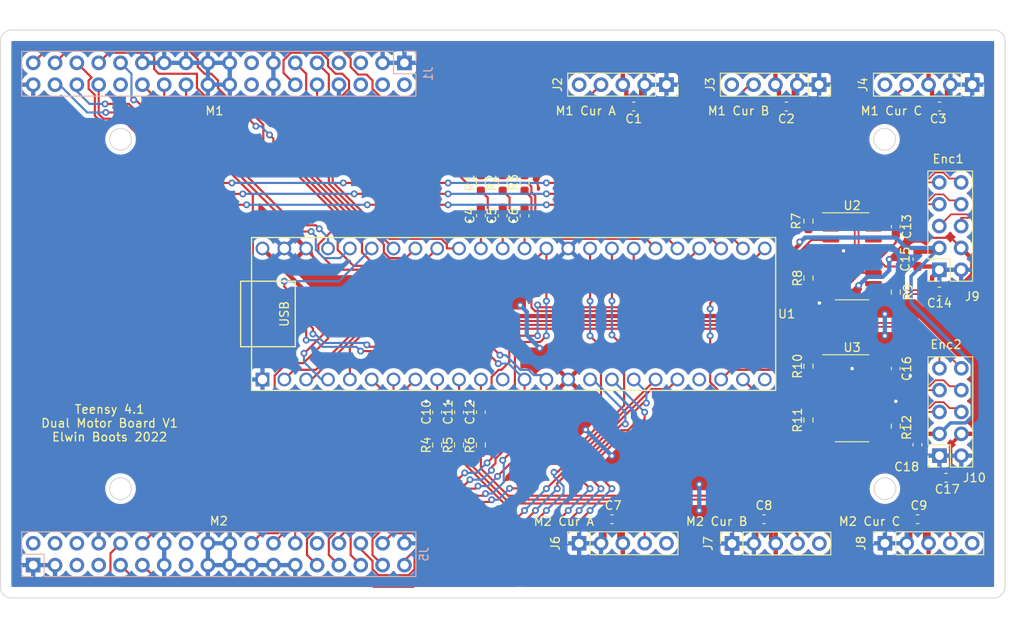
<source format=kicad_pcb>
(kicad_pcb (version 20211014) (generator pcbnew)
  (title_block (title "Teensy 4.1 Dual Motor Board") (date "2022-01-30") (rev "1") (company "Elwin Boots"))
  (layers (0 "F.Cu" signal) (31 "B.Cu" signal) (34 "B.Paste" user) (35 "F.Paste" user) (36 "B.SilkS" user "B.Silkscreen") (37 "F.SilkS" user "F.Silkscreen") (38 "B.Mask" user) (39 "F.Mask" user) (44 "Edge.Cuts" user))
  (net 0 "")
  (net 1 "I_PH_A_Filt")
  (net 2 "GND")
  (net 3 "I_PH_A2_Filt")
  (net 4 "I_PH_B_Filt")
  (net 5 "I_PH_B2_Filt")
  (net 6 "I_PH_C_Filt")
  (net 7 "I_PH_C2_Filt")
  (net 8 "+3V3")
  (net 9 "PWRGD2")
  (net 10 "nOCTW2")
  (net 11 "nFAULT2")
  (net 12 "nSCS2")
  (net 13 "SDI")
  (net 14 "SDO")
  (net 15 "SCLK")
  (net 16 "EN-GATE2")
  (net 17 "INH-A2")
  (net 18 "INH-B2")
  (net 19 "INH-C2")
  (net 20 "VPDD-O2")
  (net 21 "EMF-A2")
  (net 22 "EMF-B2")
  (net 23 "EMF-C2")
  (net 24 "PWRGD")
  (net 25 "nOCTW")
  (net 26 "nFAULT")
  (net 27 "nSCS")
  (net 28 "EN-GATE")
  (net 29 "INH-A")
  (net 30 "INH-B")
  (net 31 "INH-C")
  (net 32 "VPDD-O")
  (net 33 "EMF-A")
  (net 34 "EMF-B")
  (net 35 "EMF-C")
  (net 36 "I_PH_A2")
  (net 37 "I_PH_A")
  (net 38 "I_PH_B2")
  (net 39 "I_PH_B")
  (net 40 "I_PH_C2")
  (net 41 "I_PH_C")
  (net 42 "ENC1_A+")
  (net 43 "ENC1_A-")
  (net 44 "ENC1_B+")
  (net 45 "ENC1_B-")
  (net 46 "ENC1_I+")
  (net 47 "ENC1_I-")
  (net 48 "+5V")
  (net 49 "ENC2_A+")
  (net 50 "ENC2_A-")
  (net 51 "ENC2_B+")
  (net 52 "ENC2_B-")
  (net 53 "ENC2_I+")
  (net 54 "ENC2_I-")
  (net 55 "ENC1_A")
  (net 56 "ENC1_B")
  (net 57 "ENC1_I")
  (net 58 "ENC2_A")
  (net 59 "ENC2_B")
  (net 60 "ENC2_I")
  (footprint "Resistor_SMD:R_0603_1608Metric_Pad0.98x0.95mm_HandSolder" (layer "F.Cu") (at 82.55 99.06 -90)
    (fp_text reference "R2")
    (fp_text value "1k")
  )
  (footprint "Resistor_SMD:R_0603_1608Metric_Pad0.98x0.95mm_HandSolder" (layer "F.Cu") (at 118.11 110.1325 -90)
    (fp_text reference "R8")
    (fp_text value "120")
  )
  (footprint "Resistor_SMD:R_0603_1608Metric_Pad0.98x0.95mm_HandSolder" (layer "F.Cu") (at 85.09 99.06 -90)
    (fp_text reference "R3")
    (fp_text value "1k")
  )
  (footprint "Capacitor_SMD:C_0603_1608Metric_Pad1.08x0.95mm_HandSolder" (layer "F.Cu") (at 82.55 102.87 90)
    (fp_text reference "C5")
    (fp_text value "15n")
  )
  (footprint "Resistor_SMD:R_0603_1608Metric_Pad0.98x0.95mm_HandSolder" (layer "F.Cu") (at 128.27 111.76 -90)
    (fp_text reference "R9")
    (fp_text value "120")
  )
  (footprint "Resistor_SMD:R_0603_1608Metric_Pad0.98x0.95mm_HandSolder" (layer "F.Cu") (at 80.01 99.06 -90)
    (fp_text reference "R1")
    (fp_text value "1k")
  )
  (footprint "Connector_PinSocket_2.54mm:PinSocket_1x05_P2.54mm_Vertical" (layer "F.Cu") (at 127 140.97 90)
    (fp_text reference "J8")
    (fp_text value "Conn_01x05")
  )
  (footprint "Resistor_SMD:R_0603_1608Metric_Pad0.98x0.95mm_HandSolder" (layer "F.Cu") (at 128.27 127.3575 -90)
    (fp_text reference "R12")
    (fp_text value "120")
  )
  (footprint "Connector_PinSocket_2.54mm:PinSocket_1x05_P2.54mm_Vertical" (layer "F.Cu") (at 101.6 87.63 -90)
    (fp_text reference "J2")
    (fp_text value "Conn_01x05")
  )
  (footprint "Connector_PinSocket_2.54mm:PinSocket_1x05_P2.54mm_Vertical" (layer "F.Cu") (at 137.16 87.63 -90)
    (fp_text reference "J4")
    (fp_text value "Conn_01x05")
  )
  (footprint "Resistor_SMD:R_0603_1608Metric_Pad0.98x0.95mm_HandSolder" (layer "F.Cu") (at 77.47 129.54 90)
    (fp_text reference "R5")
    (fp_text value "1k")
  )
  (footprint "Package_SO:SOIC-16_3.9x9.9mm_P1.27mm" (layer "F.Cu") (at 123.19 107.5925)
    (fp_text reference "U2")
    (fp_text value "AM26LV32xD")
  )
  (footprint "Capacitor_SMD:C_0603_1608Metric_Pad1.08x0.95mm_HandSolder" (layer "F.Cu") (at 130.79 129.51 90)
    (fp_text reference "C18")
    (fp_text value "0.1u")
  )
  (footprint "Capacitor_SMD:C_0603_1608Metric_Pad1.08x0.95mm_HandSolder" (layer "F.Cu") (at 80.01 125.73 -90)
    (fp_text reference "C12")
    (fp_text value "15n")
  )
  (footprint "Capacitor_SMD:C_0603_1608Metric_Pad1.08x0.95mm_HandSolder" (layer "F.Cu") (at 80.01 102.87 90)
    (fp_text reference "C4")
    (fp_text value "15n")
  )
  (footprint "Capacitor_SMD:C_0603_1608Metric_Pad1.08x0.95mm_HandSolder" (layer "F.Cu") (at 128.27 104.14 90)
    (fp_text reference "C13")
    (fp_text value "0.1u")
  )
  (footprint "Connector_PinSocket_2.54mm:PinSocket_2x05_P2.54mm_Vertical" (layer "F.Cu") (at 133.33 109.16 180)
    (fp_text reference "J9")
    (fp_text value "Conn_02x05_Odd_Even")
  )
  (footprint "Resistor_SMD:R_0603_1608Metric_Pad0.98x0.95mm_HandSolder" (layer "F.Cu") (at 80.01 129.54 90)
    (fp_text reference "R6")
    (fp_text value "1k")
  )
  (footprint "Resistor_SMD:R_0603_1608Metric_Pad0.98x0.95mm_HandSolder" (layer "F.Cu") (at 118.11 120.3725 90)
    (fp_text reference "R10")
    (fp_text value "120")
  )
  (footprint "Connector_PinSocket_2.54mm:PinSocket_2x05_P2.54mm_Vertical" (layer "F.Cu") (at 133.35 130.78 180)
    (fp_text reference "J10")
    (fp_text value "Conn_02x05_Odd_Even")
  )
  (footprint "Resistor_SMD:R_0603_1608Metric_Pad0.98x0.95mm_HandSolder" (layer "F.Cu") (at 74.93 129.54 90)
    (fp_text reference "R4")
    (fp_text value "1k")
  )
  (footprint "Capacitor_SMD:C_0603_1608Metric_Pad1.08x0.95mm_HandSolder" (layer "F.Cu") (at 134.112 133.35)
    (fp_text reference "C17")
    (fp_text value "0.1u")
  )
  (footprint "Connector_PinSocket_2.54mm:PinSocket_1x05_P2.54mm_Vertical" (layer "F.Cu") (at 91.44 140.97 90)
    (fp_text reference "J6")
    (fp_text value "Conn_01x05")
  )
  (footprint "Resistor_SMD:R_0603_1608Metric_Pad0.98x0.95mm_HandSolder" (layer "F.Cu") (at 118.11 103.505 90)
    (fp_text reference "R7")
    (fp_text value "120")
  )
  (footprint "Capacitor_SMD:C_0603_1608Metric_Pad1.08x0.95mm_HandSolder" (layer "F.Cu") (at 133.35 111.7)
    (fp_text reference "C14")
    (fp_text value "0.1u")
  )
  (footprint "Capacitor_SMD:C_0603_1608Metric_Pad1.08x0.95mm_HandSolder" (layer "F.Cu") (at 112.9295 138.176)
    (fp_text reference "C8")
    (fp_text value "0.1u")
  )
  (footprint "Package_SO:SOIC-16_3.9x9.9mm_P1.27mm" (layer "F.Cu") (at 123.19 124.1025)
    (fp_text reference "U3")
    (fp_text value "AM26LV32xD")
  )
  (footprint "Capacitor_SMD:C_0603_1608Metric_Pad1.08x0.95mm_HandSolder" (layer "F.Cu") (at 130.79 107.92 90)
    (fp_text reference "C15")
    (fp_text value "0.1u")
  )
  (footprint "Connector_PinSocket_2.54mm:PinSocket_1x05_P2.54mm_Vertical" (layer "F.Cu") (at 109.22 140.995 90)
    (fp_text reference "J7")
    (fp_text value "Conn_01x05")
  )
  (footprint "Resistor_SMD:R_0603_1608Metric_Pad0.98x0.95mm_HandSolder" (layer "F.Cu") (at 118.11 126.6425 -90)
    (fp_text reference "R11")
    (fp_text value "120")
  )
  (footprint "Capacitor_SMD:C_0603_1608Metric_Pad1.08x0.95mm_HandSolder" (layer "F.Cu") (at 74.93 125.73 -90)
    (fp_text reference "C10")
    (fp_text value "15n")
  )
  (footprint "Capacitor_SMD:C_0603_1608Metric_Pad1.08x0.95mm_HandSolder" (layer "F.Cu") (at 95.25 138.176)
    (fp_text reference "C7")
    (fp_text value "0.1u")
  )
  (footprint "Capacitor_SMD:C_0603_1608Metric_Pad1.08x0.95mm_HandSolder" (layer "F.Cu") (at 128.27 120.65 90)
    (fp_text reference "C16")
    (fp_text value "0.1u")
  )
  (footprint "Capacitor_SMD:C_0603_1608Metric_Pad1.08x0.95mm_HandSolder" (layer "F.Cu") (at 85.09 102.87 90)
    (fp_text reference "C6")
    (fp_text value "15n")
  )
  (footprint "Teensy:Teensy41" (layer "F.Cu") (at 83.82 114.3)
    (fp_text reference "U1")
    (fp_text value "Teensy4.1")
  )
  (footprint "Capacitor_SMD:C_0603_1608Metric_Pad1.08x0.95mm_HandSolder" (layer "F.Cu") (at 77.47 125.73 -90)
    (fp_text reference "C11")
    (fp_text value "15n")
  )
  (footprint "Capacitor_SMD:C_0603_1608Metric_Pad1.08x0.95mm_HandSolder" (layer "F.Cu") (at 130.81 138.176)
    (fp_text reference "C9")
    (fp_text value "0.1u")
  )
  (footprint "Capacitor_SMD:C_0603_1608Metric_Pad1.08x0.95mm_HandSolder" (layer "F.Cu") (at 115.54 90.17 180)
    (fp_text reference "C2")
    (fp_text value "0.1u")
  )
  (footprint "Capacitor_SMD:C_0603_1608Metric_Pad1.08x0.95mm_HandSolder" (layer "F.Cu") (at 97.79 90.17 180)
    (fp_text reference "C1")
    (fp_text value "0.1u")
  )
  (footprint "Capacitor_SMD:C_0603_1608Metric_Pad1.08x0.95mm_HandSolder" (layer "F.Cu") (at 133.35 90.17 180)
    (fp_text reference "C3")
    (fp_text value "0.1u")
  )
  (footprint "Connector_PinSocket_2.54mm:PinSocket_1x05_P2.54mm_Vertical" (layer "F.Cu") (at 119.35 87.63 -90)
    (fp_text reference "J3")
    (fp_text value "Conn_01x05")
  )
  (footprint "Connector_PinSocket_2.54mm:PinSocket_2x18_P2.54mm_Vertical" (layer "B.Cu") (at 71.12 85.09 90)
    (fp_text reference "J1")
    (fp_text value "Conn_02x18_Odd_Even")
  )
  (footprint "Connector_PinSocket_2.54mm:PinSocket_2x18_P2.54mm_Vertical" (layer "B.Cu") (at 27.94 143.51 -90)
    (fp_text reference "J5")
    (fp_text value "Conn_02x18_Odd_Even")
  )
  (gr_arc (start 139.7 81.28) (mid 140.598026 81.651974) (end 140.97 82.55) (layer "Edge.Cuts") (width 0.1))
  (gr_circle (center 127 134.62) (end 128.27 134.62) (layer "Edge.Cuts") (width 0.1) (fill none))
  (gr_line (start 24.13 145.542) (end 24.13 146.05) (layer "Edge.Cuts") (width 0.1))
  (gr_circle (center 126.964625 93.98) (end 128.234625 93.98) (layer "Edge.Cuts") (width 0.1) (fill none))
  (gr_line (start 139.7 81.28) (end 25.4 81.28) (layer "Edge.Cuts") (width 0.1))
  (gr_line (start 25.4 147.32) (end 139.7 147.32) (layer "Edge.Cuts") (width 0.1))
  (gr_arc (start 140.97 146.05) (mid 140.598026 146.948026) (end 139.7 147.32) (layer "Edge.Cuts") (width 0.1))
  (gr_line (start 24.13 82.55) (end 24.13 145.542) (layer "Edge.Cuts") (width 0.1))
  (gr_arc (start 24.13 82.55) (mid 24.501974 81.651974) (end 25.4 81.28) (layer "Edge.Cuts") (width 0.1))
  (gr_circle (center 38.1 134.62) (end 39.37 134.62) (layer "Edge.Cuts") (width 0.1) (fill none))
  (gr_arc (start 25.4 147.32) (mid 24.501974 146.948026) (end 24.13 146.05) (layer "Edge.Cuts") (width 0.1))
  (gr_circle (center 38.1 93.98) (end 39.37 93.98) (layer "Edge.Cuts") (width 0.1) (fill none))
  (gr_line (start 140.97 146.05) (end 140.97 82.55) (layer "Edge.Cuts") (width 0.1))
  (gr_text "Teensy 4.1\nDual Motor Board V1\nElwin Boots 2022" (at 36.83 127) (layer "F.SilkS") (effects (font (size 1 1))))
  (gr_text "M1 Cur C\n" (at 127.762 90.678) (layer "F.SilkS") (effects (font (size 1 1))))
  (gr_text "M2\n\n" (at 49.53 139.192) (layer "F.SilkS") (effects (font (size 1 1))))
  (gr_text "M2 Cur C" (at 125.222 138.43) (layer "F.SilkS") (effects (font (size 1 1))))
  (gr_text "M2 Cur B" (at 107.442 138.43) (layer "F.SilkS") (effects (font (size 1 1))))
  (gr_text "Enc2" (at 134.112 117.856) (layer "F.SilkS") (effects (font (size 1 1))))
  (gr_text "M2 Cur A" (at 89.662 138.43) (layer "F.SilkS") (effects (font (size 1 1))))
  (gr_text "Enc1" (at 134.366 96.266) (layer "F.SilkS") (effects (font (size 1 1))))
  (gr_text "M1 Cur B" (at 109.982 90.678) (layer "F.SilkS") (effects (font (size 1 1))))
  (gr_text "M1\n" (at 49.022 90.678) (layer "F.SilkS") (effects (font (size 1 1))))
  (gr_text "M1 Cur A" (at 92.202 90.678) (layer "F.SilkS") (effects (font (size 1 1))))
  (segment (start 80.01 106.68) (end 80.01 103.7325) (width 0.25) (layer "F.Cu") (net 1))
  (segment (start 80.80952 100.77202) (end 80.01 99.9725) (width 0.25) (layer "F.Cu") (net 1))
  (segment (start 80.80952 102.93298) (end 80.80952 100.77202) (width 0.25) (layer "F.Cu") (net 1))
  (segment (start 80.01 103.7325) (end 80.80952 102.93298) (width 0.25) (layer "F.Cu") (net 1))
  (segment (start 132.4875 110.0025) (end 133.33 109.16) (width 0.5) (layer "F.Cu") (net 2))
  (segment (start 98.6525 88.0375) (end 99.06 87.63) (width 0.5) (layer "F.Cu") (net 2))
  (segment (start 126.041072 108.2275) (end 128.27 105.998572) (width 0.25) (layer "F.Cu") (net 2))
  (segment (start 133.35 133.2495) (end 133.35 130.78) (width 0.25) (layer "F.Cu") (net 2))
  (segment (start 134.2125 88.0375) (end 134.62 87.63) (width 0.5) (layer "F.Cu") (net 2))
  (segment (start 134.2125 90.17) (end 134.2125 88.0375) (width 0.5) (layer "F.Cu") (net 2))
  (segment (start 129.9475 138.76) (end 129.9475 140.5625) (width 0.5) (layer "F.Cu") (net 2))
  (segment (start 121.6425 123.4675) (end 120.715 123.4675) (width 0.25) (layer "F.Cu") (net 2))
  (segment (start 82.55 102.0075) (end 82.55 102.229808) (width 0.25) (layer "F.Cu") (net 2))
  (segment (start 132.9525 108.7825) (end 133.33 109.16) (width 0.5) (layer "F.Cu") (net 2))
  (segment (start 73.66 125.3225) (end 73.66 124.46) (width 0.25) (layer "F.Cu") (net 2))
  (segment (start 132.4875 111.7) (end 132.4875 110.0025) (width 0.5) (layer "F.Cu") (net 2))
  (segment (start 112.1975 140.5575) (end 111.76 140.995) (width 0.5) (layer "F.Cu") (net 2))
  (segment (start 133.2495 133.35) (end 133.35 133.2495) (width 0.25) (layer "F.Cu") (net 2))
  (segment (start 112.0375 138.76) (end 112.0375 140.7175) (width 0.5) (layer "F.Cu") (net 2))
  (segment (start 98.6525 90.17) (end 98.6525 88.0375) (width 0.5) (layer "F.Cu") (net 2))
  (segment (start 128.27 105.998572) (end 128.27 105.0025) (width 0.25) (layer "F.Cu") (net 2))
  (segment (start 112.0375 140.7175) (end 111.76 140.995) (width 0.5) (layer "F.Cu") (net 2))
  (segment (start 125.665 108.2275) (end 126.041072 108.2275) (width 0.25) (layer "F.Cu") (net 2))
  (segment (start 78.74 125.3225) (end 78.74 124.46) (width 0.25) (layer "F.Cu") (net 2))
  (segment (start 120.715 112.0375) (end 119.7225 113.03) (width 0.25) (layer "F.Cu") (net 2))
  (segment (start 121.478928 128.5475) (end 120.715 128.5475) (width 0.25) (layer "F.Cu") (net 2))
  (segment (start 80.01 102.0075) (end 80.01 102.235) (width 0.25) (layer "F.Cu") (net 2))
  (segment (start 82.55 102.229808) (end 81.274808 103.505) (width 0.25) (layer "F.Cu") (net 2))
  (segment (start 129.9475 140.5625) (end 129.54 140.97) (width 0.5) (layer "F.Cu") (net 2))
  (segment (start 125.665 124.7375) (end 125.288928 124.7375) (width 0.25) (layer "F.Cu") (net 2))
  (segment (start 85.09 102.0075) (end 85.09 102.235) (width 0.25) (layer "F.Cu") (net 2))
  (segment (start 131.1975 130.78) (end 130.79 130.3725) (width 0.25) (layer "F.Cu") (net 2))
  (segment (start 76.2 125.3225) (end 76.2 124.46) (width 0.25) (layer "F.Cu") (net 2))
  (segment (start 126.492 108.204) (end 127.0705 108.7825) (width 0.25) (layer "F.Cu") (net 2))
  (segment (start 116.4025 90.17) (end 116.4025 88.0375) (width 0.5) (layer "F.Cu") (net 2))
  (segment (start 133.35 130.78) (end 131.1975 130.78) (width 0.25) (layer "F.Cu") (net 2))
  (segment (start 80.01 102.235) (end 78.74 103.505) (width 0.25) (layer "F.Cu") (net 2))
  (segment (start 120.715 106.9575) (end 122.1975 106.9575) (width 0.5) (layer "F.Cu") (net 2))
  (segment (start 123.19 121.92) (end 121.6425 123.4675) (width 0.25) (layer "F.Cu") (net 2))
  (segment (start 116.4025 88.0375) (end 116.81 87.63) (width 0.5) (layer "F.Cu") (net 2))
  (segment (start 127.0705 108.7825) (end 130.79 108.7825) (width 0.25) (layer "F.Cu") (net 2))
  (segment (start 123.19 120.65) (end 123.19 121.92) (width 0.25) (layer "F.Cu") (net 2))
  (segment (start 127.9925 124.7375) (end 128.27 124.46) (width 0.25) (layer "F.Cu") (net 2))
  (segment (start 85.09 102.235) (end 83.82 103.505) (width 0.25) (layer "F.Cu") (net 2))
  (segment (start 125.665 124.7375) (end 127.9925 124.7375) (width 0.25) (layer "F.Cu") (net 2))
  (segment (start 133.33 109.16) (end 135.87 109.16) (width 0.5) (layer "F.Cu") (net 2))
  (segment (start 74.93 126.5925) (end 73.66 125.3225) (width 0.25) (layer "F.Cu") (net 2))
  (segment (start 80.01 126.5925) (end 78.74 125.3225) (width 0.25) (layer "F.Cu") (net 2))
  (segment (start 94.3875 138.76) (end 94.3875 140.5625) (width 0.5) (layer "F.Cu") (net 2))
  (segment (start 130.79 108.7825) (end 132.9525 108.7825) (width 0.5) (layer "F.Cu") (net 2))
  (segment (start 125.288928 124.7375) (end 121.478928 128.5475) (width 0.25) (layer "F.Cu") (net 2))
  (segment (start 128.27 121.5125) (end 129.9475 121.5125) (width 0.25) (layer "F.Cu") (net 2))
  (segment (start 119.7225 113.03) (end 119.38 113.03) (width 0.25) (layer "F.Cu") (net 2))
  (segment (start 77.47 126.5925) (end 76.2 125.3225) (width 0.25) (layer "F.Cu") (net 2))
  (segment (start 94.3875 140.5625) (end 93.98 140.97) (width 0.5) (layer "F.Cu") (net 2))
  (via (at 119.38 113.03) (size 0.8) (drill 0.4) (layers "F.Cu" "B.Cu") (net 2))
  (via (at 78.74 103.505) (size 0.8) (drill 0.4) (layers "F.Cu" "B.Cu") (net 2))
  (via (at 128.27 124.46) (size 0.8) (drill 0.4) (layers "F.Cu" "B.Cu") (net 2))
  (via (at 129.9475 121.5125) (size 0.8) (drill 0.4) (layers "F.Cu" "B.Cu") (net 2))
  (via (at 83.82 103.505) (size 0.8) (drill 0.4) (layers "F.Cu" "B.Cu") (net 2))
  (via (at 78.74 124.46) (size 0.8) (drill 0.4) (layers "F.Cu" "B.Cu") (net 2))
  (via (at 122.1975 106.9575) (size 0.8) (drill 0.4) (layers "F.Cu" "B.Cu") (net 2))
  (via (at 123.19 120.65) (size 0.8) (drill 0.4) (layers "F.Cu" "B.Cu") (net 2))
  (via (at 73.66 124.46) (size 0.8) (drill 0.4) (layers "F.Cu" "B.Cu") (net 2))
  (via (at 81.274808 103.505) (size 0.8) (drill 0.4) (layers "F.Cu" "B.Cu") (net 2))
  (via (at 76.2 124.46) (size 0.8) (drill 0.4) (layers "F.Cu" "B.Cu") (net 2))
  (segment (start 74.93 124.8675) (end 75.72952 125.66702) (width 0.25) (layer "F.Cu") (net 3))
  (segment (start 75.72952 127.82798) (end 74.93 128.6275) (width 0.25) (layer "F.Cu") (net 3))
  (segment (start 74.93 121.92) (end 74.93 124.8675) (width 0.25) (layer "F.Cu") (net 3))
  (segment (start 75.72952 125.66702) (end 75.72952 127.82798) (width 0.25) (layer "F.Cu") (net 3))
  (segment (start 82.55 106.68) (end 82.55 103.7325) (width 0.25) (layer "F.Cu") (net 4))
  (segment (start 82.55 103.7325) (end 83.34952 102.93298) (width 0.25) (layer "F.Cu") (net 4))
  (segment (start 83.34952 102.93298) (end 83.34952 100.77202) (width 0.25) (layer "F.Cu") (net 4))
  (segment (start 83.34952 100.77202) (end 82.55 99.9725) (width 0.25) (layer "F.Cu") (net 4))
  (segment (start 77.47 124.8675) (end 78.26952 125.66702) (width 0.25) (layer "F.Cu") (net 5))
  (segment (start 78.26952 127.82798) (end 77.47 128.6275) (width 0.25) (layer "F.Cu") (net 5))
  (segment (start 77.47 121.92) (end 77.47 124.8675) (width 0.25) (layer "F.Cu") (net 5))
  (segment (start 78.26952 125.66702) (end 78.26952 127.82798) (width 0.25) (layer "F.Cu") (net 5))
  (segment (start 85.88952 102.93298) (end 85.88952 100.77202) (width 0.25) (layer "F.Cu") (net 6))
  (segment (start 85.09 103.7325) (end 85.88952 102.93298) (width 0.25) (layer "F.Cu") (net 6))
  (segment (start 85.09 106.68) (end 85.09 103.7325) (width 0.25) (layer "F.Cu") (net 6))
  (segment (start 85.88952 100.77202) (end 85.09 99.9725) (width 0.25) (layer "F.Cu") (net 6))
  (segment (start 80.01 121.92) (end 80.01 124.8675) (width 0.25) (layer "F.Cu") (net 7))
  (segment (start 80.01 124.8675) (end 80.80952 125.66702) (width 0.25) (layer "F.Cu") (net 7))
  (segment (start 80.80952 127.82798) (end 80.01 128.6275) (width 0.25) (layer "F.Cu") (net 7))
  (segment (start 80.80952 125.66702) (end 80.80952 127.82798) (width 0.25) (layer "F.Cu") (net 7))
  (segment (start 96.1125 138.76) (end 96.1125 140.5625) (width 0.5) (layer "F.Cu") (net 8))
  (segment (start 128.27 103.2775) (end 130.437989 105.445489) (width 0.25) (layer "F.Cu") (net 8))
  (segment (start 134.649511 132.109511) (end 134.649511 131.318) (width 0.4) (layer "F.Cu") (net 8))
  (segment (start 132.4875 88.0375) (end 132.08 87.63) (width 0.5) (layer "F.Cu") (net 8))
  (segment (start 134.695489 105.445489) (end 135.87 106.62) (width 0.25) (layer "F.Cu") (net 8))
  (segment (start 132.4875 90.17) (end 132.4875 88.0375) (width 0.5) (layer "F.Cu") (net 8))
  (segment (start 135.289052 111.578735) (end 137.169511 109.698276) (width 0.5) (layer "F.Cu") (net 8))
  (segment (start 96.1125 140.5625) (end 96.52 140.97) (width 0.5) (layer "F.Cu") (net 8))
  (segment (start 131.6725 140.5625) (end 132.08 140.97) (width 0.5) (layer "F.Cu") (net 8))
  (segment (start 127.2775 103.1475) (end 125.665 103.1475) (width 0.25) (layer "F.Cu") (net 8))
  (segment (start 130.774511 105.445489) (end 134.695489 105.445489) (width 0.25) (layer "F.Cu") (net 8))
  (segment (start 134.649511 132.109511) (end 134.9745 132.4345) (width 0.4) (layer "F.Cu") (net 8))
  (segment (start 134.2125 111.578735) (end 135.289052 111.578735) (width 0.5) (layer "F.Cu") (net 8))
  (segment (start 134.640489 129.489511) (end 135.89 128.24) (width 0.4) (layer "F.Cu") (net 8))
  (segment (start 114.6775 90.17) (end 114.6775 88.0375) (width 0.5) (layer "F.Cu") (net 8))
  (segment (start 134.640489 131.308978) (end 134.640489 129.489511) (width 0.4) (layer "F.Cu") (net 8))
  (segment (start 128.27 103.2775) (end 129.54 104.5475) (width 0.25) (layer "F.Cu") (net 8))
  (segment (start 137.169511 109.698276) (end 137.169511 107.919511) (width 0.5) (layer "F.Cu") (net 8))
  (segment (start 134.9745 132.4345) (end 134.9745 133.35) (width 0.4) (layer "F.Cu") (net 8))
  (segment (start 137.169511 107.919511) (end 135.87 106.62) (width 0.5) (layer "F.Cu") (net 8))
  (segment (start 113.7625 140.4575) (end 114.3 140.995) (width 0.5) (layer "F.Cu") (net 8))
  (segment (start 131.6725 138.76) (end 131.6725 140.5625) (width 0.5) (layer "F.Cu") (net 8))
  (segment (start 114.6775 88.0375) (end 114.27 87.63) (width 0.5) (layer "F.Cu") (net 8))
  (segment (start 96.9275 90.17) (end 96.9275 88.0375) (width 0.5) (layer "F.Cu") (net 8))
  (segment (start 134.2125 111.7) (end 134.2125 111.578735) (width 0.5) (layer "F.Cu") (net 8))
  (segment (start 128.14 103.1475) (end 127.2775 103.1475) (width 0.25) (layer "F.Cu") (net 8))
  (segment (start 128.27 103.2775) (end 128.14 103.1475) (width 0.25) (layer "F.Cu") (net 8))
  (segment (start 96.9275 88.0375) (end 96.52 87.63) (width 0.5) (layer "F.Cu") (net 8))
  (segment (start 134.649511 131.318) (end 134.640489 131.308978) (width 0.4) (layer "F.Cu") (net 8))
  (segment (start 113.7625 138.76) (end 113.7625 140.4575) (width 0.5) (layer "F.Cu") (net 8))
  (segment (start 130.437989 105.445489) (end 130.774511 105.445489) (width 0.25) (layer "F.Cu") (net 8))
  (via (at 95.25 130.81) (size 0.8) (drill 0.4) (layers "F.Cu" "B.Cu") (net 8))
  (via (at 127 116.84) (size 0.8) (drill 0.4) (layers "F.Cu" "B.Cu") (net 8))
  (via (at 86.854874 118.284712) (size 0.8) (drill 0.4) (layers "F.Cu" "B.Cu") (net 8))
  (via (at 92.196983 127.756983) (size 0.8) (drill 0.4) (layers "F.Cu" "B.Cu") (net 8))
  (via (at 127 114.3) (size 0.8) (drill 0.4) (layers "F.Cu" "B.Cu") (net 8))
  (via (at 127.508 107.95) (size 0.8) (drill 0.4) (layers "F.Cu" "B.Cu") (net 8))
  (via (at 123.952 110.998) (size 0.8) (drill 0.4) (layers "F.Cu" "B.Cu") (net 8))
  (via (at 84.582 113.284) (size 0.8) (drill 0.4) (layers "F.Cu" "B.Cu") (net 8))
  (via (at 105.41 137.16) (size 0.8) (drill 0.4) (layers "F.Cu" "B.Cu") (net 8))
  (via (at 105.41 134.112) (size 0.8) (drill 0.4) (layers "F.Cu" "B.Cu") (net 8))
  (segment (start 85.344 114.046) (end 85.344 116.773838) (width 0.5) (layer "B.Cu") (net 8))
  (segment (start 127 116.84) (end 127 114.3) (width 0.5) (layer "B.Cu") (net 8))
  (segment (start 126.746 109.982) (end 124.968 109.982) (width 0.5) (layer "B.Cu") (net 8))
  (segment (start 85.344 116.773838) (end 86.854874 118.284712) (width 0.5) (layer "B.Cu") (net 8))
  (segment (start 124.968 109.982) (end 123.952 110.998) (width 0.5) (layer "B.Cu") (net 8))
  (segment (start 84.582 113.284) (end 85.344 114.046) (width 0.5) (layer "B.Cu") (net 8))
  (segment (start 105.41 137.16) (end 105.41 134.112) (width 0.5) (layer "B.Cu") (net 8))
  (segment (start 127.508 107.95) (end 127.508 109.22) (width 0.5) (layer "B.Cu") (net 8))
  (segment (start 127.508 109.22) (end 126.746 109.982) (width 0.5) (layer "B.Cu") (net 8))
  (segment (start 92.196983 127.756983) (end 95.25 130.81) (width 0.5) (layer "B.Cu") (net 8))
  (segment (start 71.12 142.986648) (end 71.12 143.51) (width 0.25) (layer "F.Cu") (net 9))
  (segment (start 75.676648 138.43) (end 71.12 142.986648) (width 0.25) (layer "F.Cu") (net 9))
  (segment (start 88.9 134.62) (end 88.9 133.985718) (width 0.25) (layer "F.Cu") (net 9))
  (segment (start 88.9 133.985718) (end 99.841207 123.044511) (width 0.25) (layer "F.Cu") (net 9))
  (segment (start 101.745489 123.044511) (end 102.87 121.92) (width 0.25) (layer "F.Cu") (net 9))
  (segment (start 99.841207 123.044511) (end 101.745489 123.044511) (width 0.25) (layer "F.Cu") (net 9))
  (segment (start 86.36 137.16) (end 85.09 138.43) (width 0.25) (layer "F.Cu") (net 9))
  (segment (start 85.09 138.43) (end 75.676648 138.43) (width 0.25) (layer "F.Cu") (net 9))
  (via (at 88.9 134.62) (size 0.8) (drill 0.4) (layers "F.Cu" "B.Cu") (net 9))
  (via (at 86.36 137.16) (size 0.8) (drill 0.4) (layers "F.Cu" "B.Cu") (net 9))
  (segment (start 86.36 137.16) (end 88.9 134.62) (width 0.25) (layer "B.Cu") (net 9))
  (segment (start 73.564511 139.795489) (end 69.754511 139.795489) (width 0.25) (layer "F.Cu") (net 10))
  (segment (start 84.26952 137.98048) (end 75.37952 137.98048) (width 0.25) (layer "F.Cu") (net 10))
  (segment (start 85.09 137.16) (end 84.26952 137.98048) (width 0.25) (layer "F.Cu") (net 10))
  (segment (start 69.754511 139.795489) (end 68.58 140.97) (width 0.25) (layer "F.Cu") (net 10))
  (segment (start 87.63 134.62) (end 100.33 121.92) (width 0.25) (layer "F.Cu") (net 10))
  (segment (start 75.37952 137.98048) (end 73.564511 139.795489) (width 0.25) (layer "F.Cu") (net 10))
  (via (at 87.63 134.62) (size 0.8) (drill 0.4) (layers "F.Cu" "B.Cu") (net 10))
  (via (at 85.09 137.16) (size 0.8) (drill 0.4) (layers "F.Cu" "B.Cu") (net 10))
  (segment (start 87.63 134.62) (end 85.09 137.16) (width 0.25) (layer "B.Cu") (net 10))
  (segment (start 92.71 112.79742) (end 92.71 106.68) (width 0.25) (layer "F.Cu") (net 11))
  (segment (start 93.98 126.998564) (end 89.246374 131.73219) (width 0.25) (layer "F.Cu") (net 11))
  (segment (start 87.97781 131.73219) (end 85.123607 134.586393) (width 0.25) (layer "F.Cu") (net 11))
  (segment (start 93.98 118.11) (end 93.98 126.998564) (width 0.25) (layer "F.Cu") (net 11))
  (segment (start 67.405489 140.483501) (end 67.405489 142.335489) (width 0.25) (layer "F.Cu") (net 11))
  (segment (start 81.263592 135.906408) (end 81.005009 136.164991) (width 0.25) (layer "F.Cu") (net 11))
  (segment (start 81.005009 136.164991) (end 71.723999 136.164991) (width 0.25) (layer "F.Cu") (net 11))
  (segment (start 71.723999 136.164991) (end 67.405489 140.483501) (width 0.25) (layer "F.Cu") (net 11))
  (segment (start 92.71 116.84) (end 93.98 118.11) (width 0.25) (layer "F.Cu") (net 11))
  (segment (start 89.246374 131.73219) (end 87.97781 131.73219) (width 0.25) (layer "F.Cu") (net 11))
  (segment (start 85.123607 134.586393) (end 83.345607 134.586393) (width 0.25) (layer "F.Cu") (net 11))
  (segment (start 67.405489 142.335489) (end 68.58 143.51) (width 0.25) (layer "F.Cu") (net 11))
  (via (at 83.345607 134.586393) (size 0.8) (drill 0.4) (layers "F.Cu" "B.Cu") (net 11))
  (via (at 92.71 116.84) (size 0.8) (drill 0.4) (layers "F.Cu" "B.Cu") (net 11))
  (via (at 92.71 112.79742) (size 0.8) (drill 0.4) (layers "F.Cu" "B.Cu") (net 11))
  (via (at 81.263592 135.906408) (size 0.8) (drill 0.4) (layers "F.Cu" "B.Cu") (net 11))
  (segment (start 92.71 116.84) (end 92.71 112.79742) (width 0.25) (layer "B.Cu") (net 11))
  (segment (start 81.263592 135.906408) (end 82.025592 135.906408) (width 0.25) (layer "B.Cu") (net 11))
  (segment (start 82.025592 135.906408) (end 83.345607 134.586393) (width 0.25) (layer "B.Cu") (net 11))
  (segment (start 67.405489 143.023501) (end 66.04 141.658012) (width 0.25) (layer "F.Cu") (net 12))
  (segment (start 85.91048 138.87952) (end 75.862846 138.87952) (width 0.25) (layer "F.Cu") (net 12))
  (segment (start 72.294511 143.996499) (end 71.606499 144.684511) (width 0.25) (layer "F.Cu") (net 12))
  (segment (start 67.405489 143.996499) (end 67.405489 143.023501) (width 0.25) (layer "F.Cu") (net 12))
  (segment (start 88.903581 132.710701) (end 96.665489 124.948793) (width 0.25) (layer "F.Cu") (net 12))
  (segment (start 71.606499 144.684511) (end 68.093501 144.684511) (width 0.25) (layer "F.Cu") (net 12))
  (segment (start 96.665489 118.159509) (end 95.25 116.74402) (width 0.25) (layer "F.Cu") (net 12))
  (segment (start 68.093501 144.684511) (end 67.405489 143.996499) (width 0.25) (layer "F.Cu") (net 12))
  (segment (start 95.25 112.776) (end 95.25 106.68) (width 0.25) (layer "F.Cu") (net 12))
  (segment (start 96.665489 124.948793) (end 96.665489 118.159509) (width 0.25) (layer "F.Cu") (net 12))
  (segment (start 66.04 141.658012) (end 66.04 140.97) (width 0.25) (layer "F.Cu") (net 12))
  (segment (start 87.63 137.16) (end 85.91048 138.87952) (width 0.25) (layer "F.Cu") (net 12))
  (segment (start 88.514701 132.710701) (end 88.903581 132.710701) (width 0.25) (layer "F.Cu") (net 12))
  (segment (start 75.862846 138.87952) (end 72.294511 142.447855) (width 0.25) (layer "F.Cu") (net 12))
  (segment (start 72.294511 142.447855) (end 72.294511 143.996499) (width 0.25) (layer "F.Cu") (net 12))
  (via (at 88.514701 132.710701) (size 0.8) (drill 0.4) (layers "F.Cu" "B.Cu") (net 12))
  (via (at 87.63 137.16) (size 0.8) (drill 0.4) (layers "F.Cu" "B.Cu") (net 12))
  (via (at 95.25 112.776) (size 0.8) (drill 0.4) (layers "F.Cu" "B.Cu") (net 12))
  (via (at 95.25 116.74402) (size 0.8) (drill 0.4) (layers "F.Cu" "B.Cu") (net 12))
  (segment (start 88.514701 133.210087) (end 88.514701 132.710701) (width 0.25) (layer "B.Cu") (net 12))
  (segment (start 87.63 137.16) (end 89.624511 135.165489) (width 0.25) (layer "B.Cu") (net 12))
  (segment (start 89.624511 135.165489) (end 89.624511 134.319897) (width 0.25) (layer "B.Cu") (net 12))
  (segment (start 95.25 116.74402) (end 95.25 112.776) (width 0.25) (layer "B.Cu") (net 12))
  (segment (start 89.624511 134.319897) (end 88.514701 133.210087) (width 0.25) (layer "B.Cu") (net 12))
  (segment (start 85.09 128.778) (end 85.09 121.92) (width 0.25) (layer "F.Cu") (net 13))
  (segment (start 52.586449 108.721883) (end 52.586449 105.927885) (width 0.25) (layer "F.Cu") (net 13))
  (segment (start 82.033112 120.072793) (end 80.578319 118.618) (width 0.25) (layer "F.Cu") (net 13))
  (segment (start 64.865489 142.335489) (end 66.04 143.51) (width 0.25) (layer "F.Cu") (net 13))
  (segment (start 34.385489 87.143501) (end 34.729495 86.799495) (width 0.25) (layer "F.Cu") (net 13))
  (segment (start 59.69 117.348) (end 59.69 115.825436) (width 0.25) (layer "F.Cu") (net 13))
  (segment (start 59.69 115.825436) (end 52.586449 108.721883) (width 0.25) (layer "F.Cu") (net 13))
  (segment (start 35.903139 92.038591) (end 35.11048 91.245931) (width 0.25) (layer "F.Cu") (net 13))
  (segment (start 35.11048 91.245931) (end 35.11048 88.84149) (width 0.25) (layer "F.Cu") (net 13))
  (segment (start 80.31601 135.44048) (end 69.02952 135.44048) (width 0.25) (layer "F.Cu") (net 13))
  (segment (start 82.55 131.318) (end 85.09 128.778) (width 0.25) (layer "F.Cu") (net 13))
  (segment (start 69.02952 135.44048) (end 64.865489 139.604511) (width 0.25) (layer "F.Cu") (net 13))
  (segment (start 64.865489 139.604511) (end 64.865489 142.335489) (width 0.25) (layer "F.Cu") (net 13))
  (segment (start 80.556837 135.199653) (end 80.31601 135.44048) (width 0.25) (layer "F.Cu") (net 13))
  (segment (start 80.578319 118.618) (end 66.02837 118.618) (width 0.25) (layer "F.Cu") (net 13))
  (segment (start 52.586449 105.927885) (end 38.697155 92.038591) (width 0.25) (layer "F.Cu") (net 13))
  (segment (start 34.385489 88.116499) (end 34.385489 87.143501) (width 0.25) (layer "F.Cu") (net 13))
  (segment (start 38.697155 92.038591) (end 35.903139 92.038591) (width 0.25) (layer "F.Cu") (net 13))
  (segment (start 34.729495 86.799495) (end 33.02 85.09) (width 0.25) (layer "F.Cu") (net 13))
  (segment (start 35.11048 88.84149) (end 34.385489 88.116499) (width 0.25) (layer "F.Cu") (net 13))
  (via (at 82.55 131.318) (size 0.8) (drill 0.4) (layers "F.Cu" "B.Cu") (net 13))
  (via (at 59.69 117.348) (size 0.8) (drill 0.4) (layers "F.Cu" "B.Cu") (net 13))
  (via (at 82.033112 120.072793) (size 0.8) (drill 0.4) (layers "F.Cu" "B.Cu") (net 13))
  (via (at 80.556837 135.199653) (size 0.8) (drill 0.4) (layers "F.Cu" "B.Cu") (net 13))
  (via (at 66.02837 118.618) (size 0.8) (drill 0.4) (layers "F.Cu" "B.Cu") (net 13))
  (segment (start 83.242793 120.072793) (end 85.09 121.92) (width 0.25) (layer "B.Cu") (net 13))
  (segment (start 82.673118 133.861882) (end 81.353103 135.181897) (width 0.25) (layer "B.Cu") (net 13))
  (segment (start 61.605912 118.12163) (end 65.532 118.12163) (width 0.25) (layer "B.Cu") (net 13))
  (segment (start 81.353103 135.181897) (end 80.574593 135.181897) (width 0.25) (layer "B.Cu") (net 13))
  (segment (start 59.69 117.348) (end 60.832282 117.348) (width 0.25) (layer "B.Cu") (net 13))
  (segment (start 82.033112 120.072793) (end 83.242793 120.072793) (width 0.25) (layer "B.Cu") (net 13))
  (segment (start 60.832282 117.348) (end 61.605912 118.12163) (width 0.25) (layer "B.Cu") (net 13))
  (segment (start 80.574593 135.181897) (end 80.556837 135.199653) (width 0.25) (layer "B.Cu") (net 13))
  (segment (start 65.532 118.12163) (end 66.02837 118.618) (width 0.25) (layer "B.Cu") (net 13))
  (segment (start 82.55 131.318) (end 82.673118 131.441118) (width 0.25) (layer "B.Cu") (net 13))
  (segment (start 82.673118 131.441118) (end 82.673118 133.861882) (width 0.25) (layer "B.Cu") (net 13))
  (segment (start 60.478142 116.6235) (end 60.478142 115.97786) (width 0.25) (layer "F.Cu") (net 14))
  (segment (start 69.214283 134.62) (end 63.5 140.334283) (width 0.25) (layer "F.Cu") (net 14))
  (segment (start 38.883353 91.589071) (end 36.089337 91.589071) (width 0.25) (layer "F.Cu") (net 14))
  (segment (start 81.245986 118.11) (end 66.959578 118.11) (width 0.25) (layer "F.Cu") (net 14))
  (segment (start 81.948607 133.189393) (end 81.948607 133.172883) (width 0.25) (layer "F.Cu") (net 14))
  (segment (start 60.478142 115.97786) (end 53.035969 108.535686) (width 0.25) (layer "F.Cu") (net 14))
  (segment (start 87.63 127.49149) (end 87.63 121.92) (width 0.25) (layer "F.Cu") (net 14))
  (segment (start 79.375 134.62) (end 69.214283 134.62) (width 0.25) (layer "F.Cu") (net 14))
  (segment (start 35.56 91.059734) (end 35.56 87.63) (width 0.25) (layer "F.Cu") (net 14))
  (segment (start 82.228575 119.092589) (end 81.245986 118.11) (width 0.25) (layer "F.Cu") (net 14))
  (segment (start 53.035969 108.535686) (end 53.035969 105.741687) (width 0.25) (layer "F.Cu") (net 14))
  (segment (start 79.676091 134.318909) (end 79.375 134.62) (width 0.25) (layer "F.Cu") (net 14))
  (segment (start 36.089337 91.589071) (end 35.56 91.059734) (width 0.25) (layer "F.Cu") (net 14))
  (segment (start 81.948607 133.172883) (end 87.63 127.49149) (width 0.25) (layer "F.Cu") (net 14))
  (segment (start 66.959578 118.11) (end 66.743078 117.8935) (width 0.25) (layer "F.Cu") (net 14))
  (segment (start 63.5 140.334283) (end 63.5 140.97) (width 0.25) (layer "F.Cu") (net 14))
  (segment (start 53.035969 105.741687) (end 38.883353 91.589071) (width 0.25) (layer "F.Cu") (net 14))
  (via (at 79.676091 134.318909) (size 0.8) (drill 0.4) (layers "F.Cu" "B.Cu") (net 14))
  (via (at 60.478142 116.6235) (size 0.8) (drill 0.4) (layers "F.Cu" "B.Cu") (net 14))
  (via (at 81.948607 133.189393) (size 0.8) (drill 0.4) (layers "F.Cu" "B.Cu") (net 14))
  (via (at 66.743078 117.8935) (size 0.8) (drill 0.4) (layers "F.Cu" "B.Cu") (net 14))
  (via (at 82.228575 119.092589) (size 0.8) (drill 0.4) (layers "F.Cu" "B.Cu") (net 14))
  (segment (start 85.555789 120.795489) (end 86.1723 121.412) (width 0.25) (layer "B.Cu") (net 14))
  (segment (start 66.521688 117.67211) (end 66.743078 117.8935) (width 0.25) (layer "B.Cu") (net 14))
  (segment (start 84.624211 120.795489) (end 85.555789 120.795489) (width 0.25) (layer "B.Cu") (net 14))
  (segment (start 82.228575 119.092589) (end 82.898307 119.092589) (width 0.25) (layer "B.Cu") (net 14))
  (segment (start 82.898307 119.092589) (end 84.612709 120.806991) (width 0.25) (layer "B.Cu") (net 14))
  (segment (start 86.1723 121.412) (end 87.122 121.412) (width 0.25) (layer "B.Cu") (net 14))
  (segment (start 79.676091 134.318909) (end 80.819091 134.318909) (width 0.25) (layer "B.Cu") (net 14))
  (segment (start 60.478142 116.6235) (end 60.7435 116.6235) (width 0.25) (layer "B.Cu") (net 14))
  (segment (start 81.948607 133.189393) (end 80.819091 134.318909) (width 0.25) (layer "B.Cu") (net 14))
  (segment (start 87.122 121.412) (end 87.63 121.92) (width 0.25) (layer "B.Cu") (net 14))
  (segment (start 60.7435 116.6235) (end 61.79211 117.67211) (width 0.25) (layer "B.Cu") (net 14))
  (segment (start 84.612709 120.806991) (end 84.624211 120.795489) (width 0.25) (layer "B.Cu") (net 14))
  (segment (start 61.79211 117.67211) (end 66.521688 117.67211) (width 0.25) (layer "B.Cu") (net 14))
  (segment (start 82.249897 130.593489) (end 81.70856 131.134826) (width 0.25) (layer "F.Cu") (net 15))
  (segment (start 68.63851 134.17048) (end 62.325489 140.483501) (width 0.25) (layer "F.Cu") (net 15))
  (segment (start 87.63 112.79742) (end 87.63 106.68) (width 0.25) (layer "F.Cu") (net 15))
  (segment (start 49.13899 90.17) (end 46.99 88.02101) (width 0.25) (layer "F.Cu") (net 15))
  (segment (start 78.14428 134.17048) (end 68.63851 134.17048) (width 0.25) (layer "F.Cu") (net 15))
  (segment (start 65.203251 108.703551) (end 85.606449 108.703551) (width 0.25) (layer "F.Cu") (net 15))
  (segment (start 87.334212 116.84) (end 87.334212 117.135804) (width 0.25) (layer "F.Cu") (net 15))
  (segment (start 46.99 88.02101) (end 46.99 86.36) (width 0.25) (layer "F.Cu") (net 15))
  (segment (start 53.848 92.456) (end 51.562 90.17) (width 0.25) (layer "F.Cu") (net 15))
  (segment (start 87.334212 117.135804) (end 86.909804 117.560212) (width 0.25) (layer "F.Cu") (net 15))
  (segment (start 83.965489 128.886511) (end 82.258511 130.593489) (width 0.25) (layer "F.Cu") (net 15))
  (segment (start 82.258511 130.593489) (end 82.249897 130.593489) (width 0.25) (layer "F.Cu") (net 15))
  (segment (start 81.70856 131.134826) (end 81.70856 131.672032) (width 0.25) (layer "F.Cu") (net 15))
  (segment (start 51.562 90.17) (end 49.13899 90.17) (width 0.25) (layer "F.Cu") (net 15))
  (segment (start 81.241852 132.13874) (end 81.241852 132.482638) (width 0.25) (layer "F.Cu") (net 15))
  (segment (start 78.74 133.57476) (end 78.14428 134.17048) (width 0.25) (layer "F.Cu") (net 15))
  (segment (start 85.606449 108.703551) (end 87.63 106.68) (width 0.25) (layer "F.Cu") (net 15))
  (segment (start 55.88 93.922011) (end 55.88 94.704991) (width 0.25) (layer "F.Cu") (net 15))
  (segment (start 36.734511 83.915489) (end 35.56 85.09) (width 0.25) (layer "F.Cu") (net 15))
  (segment (start 41.821858 83.915489) (end 36.734511 83.915489) (width 0.25) (layer "F.Cu") (net 15))
  (segment (start 63.354511 106.854811) (end 65.203251 108.703551) (width 0.25) (layer "F.Cu") (net 15))
  (segment (start 63.354511 102.179502) (end 63.354511 106.854811) (width 0.25) (layer "F.Cu") (net 15))
  (segment (start 84.623788 117.560212) (end 83.965489 118.218511) (width 0.25) (layer "F.Cu") (net 15))
  (segment (start 42.005489 84.09912) (end 41.821858 83.915489) (width 0.25) (layer "F.Cu") (net 15))
  (segment (start 55.88 94.704991) (end 63.354511 102.179502) (width 0.25) (layer "F.Cu") (net 15))
  (segment (start 86.909804 117.560212) (end 84.623788 117.560212) (width 0.25) (layer "F.Cu") (net 15))
  (segment (start 87.63 116.84) (end 87.334212 116.84) (width 0.25) (layer "F.Cu") (net 15))
  (segment (start 81.70856 131.672032) (end 81.241852 132.13874) (width 0.25) (layer "F.Cu") (net 15))
  (segment (start 42.545718 86.36) (end 42.005489 85.819771) (width 0.25) (layer "F.Cu") (net 15))
  (segment (start 62.325489 142.335489) (end 63.5 143.51) (width 0.25) (layer "F.Cu") (net 15))
  (segment (start 55.429989 93.472) (end 55.88 93.922011) (width 0.25) (layer "F.Cu") (net 15))
  (segment (start 62.325489 140.483501) (end 62.325489 142.335489) (width 0.25) (layer "F.Cu") (net 15))
  (segment (start 42.005489 85.819771) (end 42.005489 84.09912) (width 0.25) (layer "F.Cu") (net 15))
  (segment (start 46.99 86.36) (end 42.545718 86.36) (width 0.25) (layer "F.Cu") (net 15))
  (segment (start 83.965489 118.218511) (end 83.965489 128.886511) (width 0.25) (layer "F.Cu") (net 15))
  (via (at 87.63 116.84) (size 0.8) (drill 0.4) (layers "F.Cu" "B.Cu") (net 15))
  (via (at 53.848 92.456) (size 0.8) (drill 0.4) (layers "F.Cu" "B.Cu") (net 15))
  (via (at 55.429989 93.472) (size 0.8) (drill 0.4) (layers "F.Cu" "B.Cu") (net 15))
  (via (at 78.74 133.57476) (size 0.8) (drill 0.4) (layers "F.Cu" "B.Cu") (net 15))
  (via (at 81.241852 132.482638) (size 0.8) (drill 0.4) (layers "F.Cu" "B.Cu") (net 15))
  (via (at 87.63 112.79742) (size 0.8) (drill 0.4) (layers "F.Cu" "B.Cu") (net 15))
  (segment (start 81.241852 132.482638) (end 80.14973 133.57476) (width 0.25) (layer "B.Cu") (net 15))
  (segment (start 87.63 116.84) (end 87.63 112.79742) (width 0.25) (layer "B.Cu") (net 15))
  (segment (start 54.413989 92.456) (end 55.429989 93.472) (width 0.25) (layer "B.Cu") (net 15))
  (segment (start 80.14973 133.57476) (end 78.74 133.57476) (width 0.25) (layer "B.Cu") (net 15))
  (segment (start 53.848 92.456) (end 54.413989 92.456) (width 0.25) (layer "B.Cu") (net 15))
  (segment (start 96.28208 113.52192) (end 97.79 112.014) (width 0.25) (layer "F.Cu") (net 16))
  (segment (start 66.91899 133.35) (end 59.785489 140.483501) (width 0.25) (layer "F.Cu") (net 16))
  (segment (start 82.404511 120.795489) (end 82.084211 120.795489) (width 0.25) (layer "F.Cu") (net 16))
  (segment (start 86.614 113.24694) (end 86.88898 113.52192) (width 0.25) (layer "F.Cu") (net 16))
  (segment (start 83.312 119.888) (end 82.404511 120.795489) (width 0.25) (layer "F.Cu") (net 16))
  (segment (start 84.586299 116.835701) (end 83.312 118.11) (width 0.25) (layer "F.Cu") (net 16))
  (segment (start 77.564343 133.35) (end 66.91899 133.35) (width 0.25) (layer "F.Cu") (net 16))
  (segment (start 82.084211 120.795489) (end 81.25904 121.62066) (width 0.25) (layer "F.Cu") (net 16))
  (segment (start 83.312 118.11) (end 83.312 119.888) (width 0.25) (layer "F.Cu") (net 16))
  (segment (start 86.88898 113.52192) (end 96.28208 113.52192) (width 0.25) (layer "F.Cu") (net 16))
  (segment (start 81.25904 131.096938) (end 80.7345 131.621478) (width 0.25) (layer "F.Cu") (net 16))
  (segment (start 81.25904 121.62066) (end 81.25904 131.096938) (width 0.25) (layer "F.Cu") (net 16))
  (segment (start 86.609701 116.835701) (end 84.586299 116.835701) (width 0.25) (layer "F.Cu") (net 16))
  (segment (start 97.79 112.014) (end 97.79 106.68) (width 0.25) (layer "F.Cu") (net 16))
  (segment (start 78.135763 132.77858) (end 77.564343 133.35) (width 0.25) (layer "F.Cu") (net 16))
  (segment (start 59.785489 142.335489) (end 60.96 143.51) (width 0.25) (layer "F.Cu") (net 16))
  (segment (start 59.785489 140.483501) (end 59.785489 142.335489) (width 0.25) (layer "F.Cu") (net 16))
  (via (at 86.609701 116.835701) (size 0.8) (drill 0.4) (layers "F.Cu" "B.Cu") (net 16))
  (via (at 80.7345 131.621478) (size 0.8) (drill 0.4) (layers "F.Cu" "B.Cu") (net 16))
  (via (at 78.135763 132.77858) (size 0.8) (drill 0.4) (layers "F.Cu" "B.Cu") (net 16))
  (via (at 86.614 113.24694) (size 0.8) (drill 0.4) (layers "F.Cu" "B.Cu") (net 16))
  (segment (start 79.51589 132.77858) (end 78.135763 132.77858) (width 0.25) (layer "B.Cu") (net 16))
  (segment (start 86.614 116.831402) (end 86.614 113.24694) (width 0.25) (layer "B.Cu") (net 16))
  (segment (start 86.609701 116.835701) (end 86.614 116.831402) (width 0.25) (layer "B.Cu") (net 16))
  (segment (start 80.672992 131.621478) (end 79.51589 132.77858) (width 0.25) (layer "B.Cu") (net 16))
  (segment (start 80.7345 131.621478) (end 80.672992 131.621478) (width 0.25) (layer "B.Cu") (net 16))
  (segment (start 70.29952 127.186197) (end 70.29952 124.01048) (width 0.25) (layer "F.Cu") (net 17))
  (segment (start 70.29952 124.01048) (end 72.39 121.92) (width 0.25) (layer "F.Cu") (net 17))
  (segment (start 58.42 140.97) (end 58.42 139.065718) (width 0.25) (layer "F.Cu") (net 17))
  (segment (start 58.42 139.065718) (end 70.29952 127.186197) (width 0.25) (layer "F.Cu") (net 17))
  (segment (start 69.85 127) (end 69.85 121.92) (width 0.25) (layer "F.Cu") (net 18))
  (segment (start 55.88 140.97) (end 69.85 127) (width 0.25) (layer "F.Cu") (net 18))
  (segment (start 69.40048 126.813802) (end 56.418793 139.795489) (width 0.25) (layer "F.Cu") (net 19))
  (segment (start 69.40048 124.01048) (end 69.40048 126.813802) (width 0.25) (layer "F.Cu") (net 19))
  (segment (start 56.418793 139.795489) (end 54.514511 139.795489) (width 0.25) (layer "F.Cu") (net 19))
  (segment (start 54.514511 139.795489) (end 53.34 140.97) (width 0.25) (layer "F.Cu") (net 19))
  (segment (start 67.31 121.92) (end 69.40048 124.01048) (width 0.25) (layer "F.Cu") (net 19))
  (segment (start 57.15 110.49) (end 57.15 111.125) (width 0.25) (layer "F.Cu") (net 20))
  (segment (start 59.3725 120.015) (end 57.4647 120.015) (width 0.25) (layer "F.Cu") (net 20))
  (segment (start 56.025489 125.584511) (end 40.64 140.97) (width 0.25) (layer "F.Cu") (net 20))
  (segment (start 56.025489 121.454211) (end 56.025489 125.584511) (width 0.25) (layer "F.Cu") (net 20))
  (segment (start 57.4647 120.015) (end 56.025489 121.454211) (width 0.25) (layer "F.Cu") (net 20))
  (segment (start 62.23 117.1575) (end 59.3725 120.015) (width 0.25) (layer "F.Cu") (net 20))
  (segment (start 62.23 116.205) (end 62.23 117.1575) (width 0.25) (layer "F.Cu") (net 20))
  (segment (start 57.15 111.125) (end 62.23 116.205) (width 0.25) (layer "F.Cu") (net 20))
  (via (at 57.15 110.49) (size 0.8) (drill 0.4) (layers "F.Cu" "B.Cu") (net 20))
  (segment (start 57.15 110.49) (end 57.156979 110.483021) (width 0.25) (layer "B.Cu") (net 20))
  (segment (start 57.156979 110.483021) (end 63.506979 110.483021) (width 0.25) (layer "B.Cu") (net 20))
  (segment (start 63.506979 110.483021) (end 67.31 106.68) (width 0.25) (layer "B.Cu") (net 20))
  (segment (start 96.423857 127.097579) (end 91.44 132.081436) (width 0.25) (layer "F.Cu") (net 21))
  (segment (start 67.807272 145.034) (end 42.164 145.034) (width 0.25) (layer "F.Cu") (net 21))
  (segment (start 71.792696 145.134031) (end 67.907304 145.134031) (width 0.25) (layer "F.Cu") (net 21))
  (segment (start 91.44 132.081436) (end 91.44 133.35) (width 0.25) (layer "F.Cu") (net 21))
  (segment (start 96.812737 127.097579) (end 96.423857 127.097579) (width 0.25) (layer "F.Cu") (net 21))
  (segment (start 42.164 145.034) (end 40.64 143.51) (width 0.25) (layer "F.Cu") (net 21))
  (segment (start 67.907304 145.134031) (end 67.807272 145.034) (width 0.25) (layer "F.Cu") (net 21))
  (segment (start 90.17 137.16) (end 82.296 145.034) (width 0.25) (layer "F.Cu") (net 21))
  (segment (start 91.44 133.35) (end 92.71 134.62) (width 0.25) (layer "F.Cu") (net 21))
  (segment (start 71.892727 145.034) (end 71.792696 145.134031) (width 0.25) (layer "F.Cu") (net 21))
  (segment (start 82.296 145.034) (end 71.892727 145.034) (width 0.25) (layer "F.Cu") (net 21))
  (via (at 96.812737 127.097579) (size 0.8) (drill 0.4) (layers "F.Cu" "B.Cu") (net 21))
  (via (at 92.71 134.62) (size 0.8) (drill 0.4) (layers "F.Cu" "B.Cu") (net 21))
  (via (at 90.17 137.16) (size 0.8) (drill 0.4) (layers "F.Cu" "B.Cu") (net 21))
  (segment (start 93.036889 121.92) (end 92.71 121.92) (width 0.25) (layer "B.Cu") (net 21))
  (segment (start 96.812737 127.097579) (end 96.812737 125.695848) (width 0.25) (layer "B.Cu") (net 21))
  (segment (start 96.812737 125.695848) (end 93.036889 121.92) (width 0.25) (layer "B.Cu") (net 21))
  (segment (start 92.71 134.62) (end 90.17 137.16) (width 0.25) (layer "B.Cu") (net 21))
  (segment (start 72.16509 146.033071) (end 67.53491 146.033071) (width 0.25) (layer "F.Cu") (net 22))
  (segment (start 93.15952 131.633352) (end 96.521262 128.27161) (width 0.25) (layer "F.Cu") (net 22))
  (segment (start 72.265121 145.93304) (end 72.16509 146.033071) (width 0.25) (layer "F.Cu") (net 22))
  (segment (start 36.925489 142.144511) (end 38.1 140.97) (width 0.25) (layer "F.Cu") (net 22))
  (segment (start 99.06 126.510648) (end 99.06 125.73) (width 0.25) (layer "F.Cu") (net 22))
  (segment (start 67.53491 146.033071) (end 67.434878 145.93304) (width 0.25) (layer "F.Cu") (net 22))
  (segment (start 93.15952 132.52952) (end 93.15952 131.633352) (width 0.25) (layer "F.Cu") (net 22))
  (segment (start 83.93696 145.93304) (end 72.265121 145.93304) (width 0.25) (layer "F.Cu") (net 22))
  (segment (start 95.25 134.62) (end 93.15952 132.52952) (width 0.25) (layer "F.Cu") (net 22))
  (segment (start 67.434878 145.93304) (end 38.23704 145.93304) (width 0.25) (layer "F.Cu") (net 22))
  (segment (start 96.521262 128.27161) (end 97.299038 128.27161) (width 0.25) (layer "F.Cu") (net 22))
  (segment (start 36.925489 144.621489) (end 36.925489 142.144511) (width 0.25) (layer "F.Cu") (net 22))
  (segment (start 92.71 137.16) (end 83.93696 145.93304) (width 0.25) (layer "F.Cu") (net 22))
  (segment (start 97.299038 128.27161) (end 99.06 126.510648) (width 0.25) (layer "F.Cu") (net 22))
  (segment (start 38.23704 145.93304) (end 36.925489 144.621489) (width 0.25) (layer "F.Cu") (net 22))
  (via (at 99.06 125.73) (size 0.8) (drill 0.4) (layers "F.Cu" "B.Cu") (net 22))
  (via (at 92.71 137.16) (size 0.8) (drill 0.4) (layers "F.Cu" "B.Cu") (net 22))
  (via (at 95.25 134.62) (size 0.8) (drill 0.4) (layers "F.Cu" "B.Cu") (net 22))
  (segment (start 95.25 134.62) (end 92.71 137.16) (width 0.25) (layer "B.Cu") (net 22))
  (segment (start 99.06 125.73) (end 95.25 121.92) (width 0.25) (layer "B.Cu") (net 22))
  (segment (start 98.866278 124.655158) (end 97.790718 125.730718) (width 0.25) (layer "F.Cu") (net 23))
  (segment (start 97.11284 127.82209) (end 96.335064 127.82209) (width 0.25) (layer "F.Cu") (net 23))
  (segment (start 97.790718 127.144212) (end 97.11284 127.82209) (width 0.25) (layer "F.Cu") (net 23))
  (segment (start 72.078925 145.48352) (end 71.978893 145.583551) (width 0.25) (layer "F.Cu") (net 23))
  (segment (start 92.71 133.35) (end 93.98 134.62) (width 0.25) (layer "F.Cu") (net 23))
  (segment (start 83.11648 145.48352) (end 72.078925 145.48352) (width 0.25) (layer "F.Cu") (net 23))
  (segment (start 71.978893 145.583551) (end 67.721107 145.583551) (width 0.25) (layer "F.Cu") (net 23))
  (segment (start 67.721107 145.583551) (end 67.621076 145.48352) (width 0.25) (layer "F.Cu") (net 23))
  (segment (start 97.790718 125.730718) (end 97.790718 127.144212) (width 0.25) (layer "F.Cu") (net 23))
  (segment (start 96.335064 127.82209) (end 92.71 131.447154) (width 0.25) (layer "F.Cu") (net 23))
  (segment (start 99.255158 124.655158) (end 98.866278 124.655158) (width 0.25) (layer "F.Cu") (net 23))
  (segment (start 40.07352 145.48352) (end 38.1 143.51) (width 0.25) (layer "F.Cu") (net 23))
  (segment (start 67.621076 145.48352) (end 40.07352 145.48352) (width 0.25) (layer "F.Cu") (net 23))
  (segment (start 91.44 137.16) (end 83.11648 145.48352) (width 0.25) (layer "F.Cu") (net 23))
  (segment (start 92.71 131.447154) (end 92.71 133.35) (width 0.25) (layer "F.Cu") (net 23))
  (via (at 91.44 137.16) (size 0.8) (drill 0.4) (layers "F.Cu" "B.Cu") (net 23))
  (via (at 99.255158 124.655158) (size 0.8) (drill 0.4) (layers "F.Cu" "B.Cu") (net 23))
  (via (at 93.98 134.62) (size 0.8) (drill 0.4) (layers "F.Cu" "B.Cu") (net 23))
  (segment (start 99.255158 124.655158) (end 99.255158 123.385158) (width 0.25) (layer "B.Cu") (net 23))
  (segment (start 99.255158 123.385158) (end 97.79 121.92) (width 0.25) (layer "B.Cu") (net 23))
  (segment (start 93.98 134.62) (end 91.44 137.16) (width 0.25) (layer "B.Cu") (net 23))
  (segment (start 86.33904 102.84904) (end 89.045489 105.555489) (width 0.25) (layer "F.Cu") (net 24))
  (segment (start 86.33904 100.585823) (end 86.33904 102.84904) (width 0.25) (layer "F.Cu") (net 24))
  (segment (start 67.405489 87.143501) (end 67.405489 88.116499) (width 0.25) (layer "F.Cu") (net 24))
  (segment (start 64.865489 84.603501) (end 64.865489 85.576499) (width 0.25) (layer "F.Cu") (net 24))
  (segment (start 63.278437 83.016449) (end 64.865489 84.603501) (width 0.25) (layer "F.Cu") (net 24))
  (segment (start 64.865489 85.576499) (end 65.744479 86.455489) (width 0.25) (layer "F.Cu") (net 24))
  (segment (start 30.013551 83.016449) (end 63.278437 83.016449) (width 0.25) (layer "F.Cu") (net 24))
  (segment (start 27.94 85.09) (end 30.013551 83.016449) (width 0.25) (layer "F.Cu") (net 24))
  (segment (start 65.744479 86.455489) (end 66.717477 86.455489) (width 0.25) (layer "F.Cu") (net 24))
  (segment (start 85.88952 99.489704) (end 85.88952 100.136303) (width 0.25) (layer "F.Cu") (net 24))
  (segment (start 99.205489 105.555489) (end 100.33 106.68) (width 0.25) (layer "F.Cu") (net 24))
  (segment (start 89.045489 105.555489) (end 99.205489 105.555489) (width 0.25) (layer "F.Cu") (net 24))
  (segment (start 85.459816 99.06) (end 85.88952 99.489704) (width 0.25) (layer "F.Cu") (net 24))
  (segment (start 67.405489 88.116499) (end 78.34899 99.06) (width 0.25) (layer "F.Cu") (net 24))
  (segment (start 85.88952 100.136303) (end 86.33904 100.585823) (width 0.25) (layer "F.Cu") (net 24))
  (segment (start 78.34899 99.06) (end 85.459816 99.06) (width 0.25) (layer "F.Cu") (net 24))
  (segment (start 66.717477 86.455489) (end 67.405489 87.143501) (width 0.25) (layer "F.Cu") (net 24))
  (segment (start 102.87 106.68) (end 97.79 101.6) (width 0.25) (layer "F.Cu") (net 25))
  (segment (start 38.79456 90.86456) (end 49.53 101.6) (width 0.25) (layer "F.Cu") (net 25))
  (segment (start 49.53 101.6) (end 52.760989 101.6) (width 0.25) (layer "F.Cu") (net 25))
  (segment (start 36.38944 90.86456) (end 38.79456 90.86456) (width 0.25) (layer "F.Cu") (net 25))
  (segment (start 76.2 101.6) (end 66.802 101.6) (width 0.25) (layer "F.Cu") (net 25))
  (segment (start 97.79 101.6) (end 87.63 101.6) (width 0.25) (layer "F.Cu") (net 25))
  (via (at 87.63 101.6) (size 0.8) (drill 0.4) (layers "F.Cu" "B.Cu") (net 25))
  (via (at 66.802 101.6) (size 0.8) (drill 0.4) (layers "F.Cu" "B.Cu") (net 25))
  (via (at 76.2 101.6) (size 0.8) (drill 0.4) (layers "F.Cu" "B.Cu") (net 25))
  (via (at 36.38944 90.86456) (size 0.8) (drill 0.4) (layers "F.Cu" "B.Cu") (net 25))
  (via (at 52.760989 101.6) (size 0.8) (drill 0.4) (layers "F.Cu" "B.Cu") (net 25))
  (segment (start 30.988 87.63) (end 30.48 87.63) (width 0.25) (layer "B.Cu") (net 25))
  (segment (start 87.63 101.6) (end 76.2 101.6) (width 0.25) (layer "B.Cu") (net 25))
  (segment (start 36.38944 90.86456) (end 34.22256 90.86456) (width 0.25) (layer "B.Cu") (net 25))
  (segment (start 66.802 101.6) (end 52.760989 101.6) (width 0.25) (layer "B.Cu") (net 25))
  (segment (start 34.22256 90.86456) (end 30.988 87.63) (width 0.25) (layer "B.Cu") (net 25))
  (segment (start 61.105489 107.145789) (end 63.112771 109.153071) (width 0.25) (layer "F.Cu") (net 26))
  (segment (start 84.261071 109.153071) (end 85.889489 110.781489) (width 0.25) (layer "F.Cu") (net 26))
  (segment (start 85.889489 113.547043) (end 86.313886 113.97144) (width 0.25) (layer "F.Cu") (net 26))
  (segment (start 32.104031 83.465969) (end 45.852468 83.465969) (width 0.25) (layer "F.Cu") (net 26))
  (segment (start 62.904991 102.3657) (end 62.904991 104.414709) (width 0.25) (layer "F.Cu") (net 26))
  (segment (start 54.139489 91.731489) (end 54.148103 91.731489) (width 0.25) (layer "F.Cu") (net 26))
  (segment (start 54.705489 94.166198) (end 62.904991 102.3657) (width 0.25) (layer "F.Cu") (net 26))
  (segment (start 47.085489 84.69899) (end 47.085489 85.576499) (width 0.25) (layer "F.Cu") (net 26))
  (segment (start 50.837489 89.445489) (end 51.853489 89.445489) (width 0.25) (layer "F.Cu") (net 26))
  (segment (start 85.889489 110.781489) (end 85.889489 113.547043) (width 0.25) (layer "F.Cu") (net 26))
  (segment (start 62.904991 104.414709) (end 61.105489 106.214211) (width 0.25) (layer "F.Cu") (net 26))
  (segment (start 49.434511 88.042511) (end 50.837489 89.445489) (width 0.25) (layer "F.Cu") (net 26))
  (segment (start 47.085489 85.576499) (end 47.86899 86.36) (width 0.25) (layer "F.Cu") (net 26))
  (segment (start 47.86899 86.36) (end 48.65101 86.36) (width 0.25) (layer "F.Cu") (net 26))
  (segment (start 45.852468 83.465969) (end 47.085489 84.69899) (width 0.25) (layer "F.Cu") (net 26))
  (segment (start 54.148103 91.731489) (end 54.705489 92.288875) (width 0.25) (layer "F.Cu") (net 26))
  (segment (start 54.705489 92.288875) (end 54.705489 94.166198) (width 0.25) (layer "F.Cu") (net 26))
  (segment (start 51.853489 89.445489) (end 54.139489 91.731489) (width 0.25) (layer "F.Cu") (net 26))
  (segment (start 63.112771 109.153071) (end 84.261071 109.153071) (width 0.25) (layer "F.Cu") (net 26))
  (segment (start 49.434511 87.143501) (end 49.434511 88.042511) (width 0.25) (layer "F.Cu") (net 26))
  (segment (start 30.48 85.09) (end 32.104031 83.465969) (width 0.25) (layer "F.Cu") (net 26))
  (segment (start 61.105489 106.214211) (end 61.105489 107.145789) (width 0.25) (layer "F.Cu") (net 26))
  (segment (start 86.313886 113.97144) (end 98.11856 113.97144) (width 0.25) (layer "F.Cu") (net 26))
  (segment (start 98.11856 113.97144) (end 105.41 106.68) (width 0.25) (layer "F.Cu") (net 26))
  (segment (start 48.65101 86.36) (end 49.434511 87.143501) (width 0.25) (layer "F.Cu") (net 26))
  (segment (start 49.534299 100.334299) (end 52.319701 100.334299) (width 0.25) (layer "F.Cu") (net 27))
  (segment (start 107.95 106.68) (end 101.6 100.33) (width 0.25) (layer "F.Cu") (net 27))
  (segment (start 76.2 100.33) (end 65.278 100.33) (width 0.25) (layer "F.Cu") (net 27))
  (segment (start 39.069736 89.869736) (end 49.534299 100.334299) (width 0.25) (layer "F.Cu") (net 27))
  (segment (start 101.6 100.33) (end 87.63 100.33) (width 0.25) (layer "F.Cu") (net 27))
  (segment (start 36.292845 89.869736) (end 39.069736 89.869736) (width 0.25) (layer "F.Cu") (net 27))
  (via (at 36.292845 89.869736) (size 0.8) (drill 0.4) (layers "F.Cu" "B.Cu") (net 27))
  (via (at 76.2 100.33) (size 0.8) (drill 0.4) (layers "F.Cu" "B.Cu") (net 27))
  (via (at 52.319701 100.334299) (size 0.8) (drill 0.4) (layers "F.Cu" "B.Cu") (net 27))
  (via (at 65.278 100.33) (size 0.8) (drill 0.4) (layers "F.Cu" "B.Cu") (net 27))
  (via (at 87.63 100.33) (size 0.8) (drill 0.4) (layers "F.Cu" "B.Cu") (net 27))
  (segment (start 34.497736 89.869736) (end 33.02 88.392) (width 0.25) (layer "B.Cu") (net 27))
  (segment (start 52.324 100.33) (end 52.319701 100.334299) (width 0.25) (layer "B.Cu") (net 27))
  (segment (start 65.278 100.33) (end 52.324 100.33) (width 0.25) (layer "B.Cu") (net 27))
  (segment (start 33.02 88.392) (end 33.02 87.63) (width 0.25) (layer "B.Cu") (net 27))
  (segment (start 87.63 100.33) (end 76.2 100.33) (width 0.25) (layer "B.Cu") (net 27))
  (segment (start 36.292845 89.869736) (end 34.497736 89.869736) (width 0.25) (layer "B.Cu") (net 27))
  (segment (start 49.534299 99.064299) (end 51.049701 99.064299) (width 0.25) (layer "F.Cu") (net 28))
  (segment (start 39.873701 89.403701) (end 49.534299 99.064299) (width 0.25) (layer "F.Cu") (net 28))
  (segment (start 39.628299 89.403701) (end 39.873701 89.403701) (width 0.25) (layer "F.Cu") (net 28))
  (segment (start 76.2 99.06) (end 64.008 99.06) (width 0.25) (layer "F.Cu") (net 28))
  (segment (start 102.87 99.06) (end 87.63 99.06) (width 0.25) (layer "F.Cu") (net 28))
  (segment (start 110.49 106.68) (end 102.87 99.06) (width 0.25) (layer "F.Cu") (net 28))
  (via (at 87.63 99.06) (size 0.8) (drill 0.4) (layers "F.Cu" "B.Cu") (net 28))
  (via (at 51.049701 99.064299) (size 0.8) (drill 0.4) (layers "F.Cu" "B.Cu") (net 28))
  (via (at 64.008 99.06) (size 0.8) (drill 0.4) (layers "F.Cu" "B.Cu") (net 28))
  (via (at 39.628299 89.403701) (size 0.8) (drill 0.4) (layers "F.Cu" "B.Cu") (net 28))
  (via (at 76.2 99.06) (size 0.8) (drill 0.4) (layers "F.Cu" "B.Cu") (net 28))
  (segment (start 64.008 99.06) (end 51.054 99.06) (width 0.25) (layer "B.Cu") (net 28))
  (segment (start 39.37 86.36) (end 38.1 85.09) (width 0.25) (layer "B.Cu") (net 28))
  (segment (start 51.054 99.06) (end 51.049701 99.064299) (width 0.25) (layer "B.Cu") (net 28))
  (segment (start 39.628299 89.403701) (end 39.37 89.145402) (width 0.25) (layer "B.Cu") (net 28))
  (segment (start 87.63 99.06) (end 76.2 99.06) (width 0.25) (layer "B.Cu") (net 28))
  (segment (start 39.37 89.145402) (end 39.37 86.36) (width 0.25) (layer "B.Cu") (net 28))
  (segment (start 53.485489 108.349489) (end 53.485489 100.475489) (width 0.25) (layer "F.Cu") (net 29))
  (segment (start 61.74075 116.60475) (end 53.485489 108.349489) (width 0.25) (layer "F.Cu") (net 29))
  (segment (start 53.485489 100.475489) (end 40.64 87.63) (width 0.25) (layer "F.Cu") (net 29))
  (segment (start 59.4735 118.872) (end 61.74075 116.60475) (width 0.25) (layer "F.Cu") (net 29))
  (segment (start 59.436 118.872) (end 59.4735 118.872) (width 0.25) (layer "F.Cu") (net 29))
  (via (at 59.436 118.872) (size 0.8) (drill 0.4) (layers "F.Cu" "B.Cu") (net 29))
  (segment (start 59.436 119.888) (end 61.468 121.92) (width 0.25) (layer "B.Cu") (net 29))
  (segment (start 59.436 118.872) (end 59.436 119.888) (width 0.25) (layer "B.Cu") (net 29))
  (segment (start 61.468 121.92) (end 62.23 121.92) (width 0.25) (layer "B.Cu") (net 29))
  (segment (start 43.18 89.408) (end 43.18 87.63) (width 0.25) (layer "F.Cu") (net 30))
  (segment (start 60.265789 104.71007) (end 58.48207 104.71007) (width 0.25) (layer "F.Cu") (net 30))
  (segment (start 58.48207 104.71007) (end 43.18 89.408) (width 0.25) (layer "F.Cu") (net 30))
  (via (at 60.265789 104.71007) (size 0.8) (drill 0.4) (layers "F.Cu" "B.Cu") (net 30))
  (segment (start 60.265789 104.71007) (end 60.814511 105.258792) (width 0.25) (layer "B.Cu") (net 30))
  (segment (start 63.645489 107.804511) (end 64.77 106.68) (width 0.25) (layer "B.Cu") (net 30))
  (segment (start 60.814511 105.258792) (end 60.814511 106.854811) (width 0.25) (layer "B.Cu") (net 30))
  (segment (start 61.764211 107.804511) (end 63.645489 107.804511) (width 0.25) (layer "B.Cu") (net 30))
  (segment (start 60.814511 106.854811) (end 61.764211 107.804511) (width 0.25) (layer "B.Cu") (net 30))
  (segment (start 45.72 91.186) (end 58.519559 103.985559) (width 0.25) (layer "F.Cu") (net 31))
  (segment (start 45.72 87.63) (end 45.72 91.186) (width 0.25) (layer "F.Cu") (net 31))
  (segment (start 60.805559 103.985559) (end 61.214 104.394) (width 0.25) (layer "F.Cu") (net 31))
  (segment (start 58.519559 103.985559) (end 60.805559 103.985559) (width 0.25) (layer "F.Cu") (net 31))
  (via (at 61.214 104.394) (size 0.8) (drill 0.4) (layers "F.Cu" "B.Cu") (net 31))
  (segment (start 62.23 105.41) (end 62.23 106.68) (width 0.25) (layer "B.Cu") (net 31))
  (segment (start 61.214 104.394) (end 62.23 105.41) (width 0.25) (layer "B.Cu") (net 31))
  (segment (start 62.775009 90.016001) (end 62.775009 98.969291) (width 0.25) (layer "F.Cu") (net 32))
  (segment (start 62.23 85.48101) (end 63.10899 86.36) (width 0.25) (layer "F.Cu") (net 32))
  (segment (start 64.674511 88.116499) (end 62.775009 90.016001) (width 0.25) (layer "F.Cu") (net 32))
  (segment (start 61.446499 83.915489) (end 62.23 84.69899) (width 0.25) (layer "F.Cu") (net 32))
  (segment (start 75.395789 105.555489) (end 76.054511 106.214211) (width 0.25) (layer "F.Cu") (net 32))
  (segment (start 69.361207 105.555489) (end 75.395789 105.555489) (width 0.25) (layer "F.Cu") (net 32))
  (segment (start 76.054511 106.214211) (end 76.054511 106.68) (width 0.25) (layer "F.Cu") (net 32))
  (segment (start 57.054511 86.264511) (end 57.054511 84.794479) (width 0.25) (layer "F.Cu") (net 32))
  (segment (start 64.674511 87.143501) (end 64.674511 88.116499) (width 0.25) (layer "F.Cu") (net 32))
  (segment (start 57.054511 84.794479) (end 57.933501 83.915489) (width 0.25) (layer "F.Cu") (net 32))
  (segment (start 76.054511 106.68) (end 77.47 106.68) (width 0.25) (layer "F.Cu") (net 32))
  (segment (start 57.933501 83.915489) (end 61.446499 83.915489) (width 0.25) (layer "F.Cu") (net 32))
  (segment (start 62.775009 98.969291) (end 69.361207 105.555489) (width 0.25) (layer "F.Cu") (net 32))
  (segment (start 62.23 84.69899) (end 62.23 85.48101) (width 0.25) (layer "F.Cu") (net 32))
  (segment (start 63.10899 86.36) (end 63.89101 86.36) (width 0.25) (layer "F.Cu") (net 32))
  (segment (start 63.89101 86.36) (end 64.674511 87.143501) (width 0.25) (layer "F.Cu") (net 32))
  (segment (start 58.42 87.63) (end 57.054511 86.264511) (width 0.25) (layer "F.Cu") (net 32))
  (segment (start 58.42 85.09) (end 59.69 86.36) (width 0.25) (layer "F.Cu") (net 33))
  (segment (start 59.69 97.814439) (end 66.185489 104.309928) (width 0.25) (layer "F.Cu") (net 33))
  (segment (start 66.185489 107.145789) (end 67.293731 108.254031) (width 0.25) (layer "F.Cu") (net 33))
  (segment (start 66.185489 104.309928) (end 66.185489 107.145789) (width 0.25) (layer "F.Cu") (net 33))
  (segment (start 73.355969 108.254031) (end 74.93 106.68) (width 0.25) (layer "F.Cu") (net 33))
  (segment (start 59.69 86.36) (end 59.69 97.814439) (width 0.25) (layer "F.Cu") (net 33))
  (segment (start 67.293731 108.254031) (end 73.355969 108.254031) (width 0.25) (layer "F.Cu") (net 33))
  (segment (start 68.725489 106.214211) (end 68.725489 107.145789) (width 0.25) (layer "F.Cu") (net 34))
  (segment (start 68.725489 107.145789) (end 69.384211 107.804511) (width 0.25) (layer "F.Cu") (net 34))
  (segment (start 69.384211 107.804511) (end 71.265489 107.804511) (width 0.25) (layer "F.Cu") (net 34))
  (segment (start 60.96 87.63) (end 60.96 98.448722) (width 0.25) (layer "F.Cu") (net 34))
  (segment (start 71.265489 107.804511) (end 72.39 106.68) (width 0.25) (layer "F.Cu") (net 34))
  (segment (start 60.96 98.448722) (end 68.725489 106.214211) (width 0.25) (layer "F.Cu") (net 34))
  (segment (start 62.325489 99.155489) (end 69.85 106.68) (width 0.25) (layer "F.Cu") (net 35))
  (segment (start 62.325489 86.455489) (end 62.325489 99.155489) (width 0.25) (layer "F.Cu") (net 35))
  (segment (start 60.96 85.09) (end 62.325489 86.455489) (width 0.25) (layer "F.Cu") (net 35))
  (segment (start 77.646302 131.26452) (end 82.721302 136.33952) (width 0.25) (layer "F.Cu") (net 36))
  (segment (start 99.06 138.340714) (end 99.06 140.97) (width 0.25) (layer "F.Cu") (net 36))
  (segment (start 74.93 130.4525) (end 75.74202 131.26452) (width 0.25) (layer "F.Cu") (net 36))
  (segment (start 82.721302 136.33952) (end 97.058806 136.33952) (width 0.25) (layer "F.Cu") (net 36))
  (segment (start 75.74202 131.26452) (end 77.646302 131.26452) (width 0.25) (layer "F.Cu") (net 36))
  (segment (start 97.058806 136.33952) (end 99.06 138.340714) (width 0.25) (layer "F.Cu") (net 36))
  (segment (start 87.9875 90.17) (end 80.01 98.1475) (width 0.25) (layer "F.Cu") (net 37))
  (segment (start 93.98 87.63) (end 91.44 90.17) (width 0.25) (layer "F.Cu") (net 37))
  (segment (start 91.44 90.17) (end 87.9875 90.17) (width 0.25) (layer "F.Cu") (net 37))
  (segment (start 77.47 130.4525) (end 82.9075 135.89) (width 0.25) (layer "F.Cu") (net 38))
  (segment (start 116.84 139.891684) (end 116.84 140.995) (width 0.25) (layer "F.Cu") (net 38))
  (segment (start 82.9075 135.89) (end 112.838316 135.89) (width 0.25) (layer "F.Cu") (net 38))
  (segment (start 112.838316 135.89) (end 116.84 139.891684) (width 0.25) (layer "F.Cu") (net 38))
  (segment (start 89.2575 91.44) (end 82.55 98.1475) (width 0.25) (layer "F.Cu") (net 39))
  (segment (start 111.73 87.16447) (end 107.45447 91.44) (width 0.25) (layer "F.Cu") (net 39))
  (segment (start 107.45447 91.44) (end 89.2575 91.44) (width 0.25) (layer "F.Cu") (net 39))
  (segment (start 112.20952 135.44048) (end 115.12048 135.44048) (width 0.25) (layer "F.Cu") (net 40))
  (segment (start 115.12048 135.44048) (end 118.11 138.43) (width 0.25) (layer "F.Cu") (net 40))
  (segment (start 112.20952 135.44048) (end 83.175096 135.44048) (width 0.25) (layer "F.Cu") (net 40))
  (segment (start 134.62 139.791184) (end 134.62 140.97) (width 0.25) (layer "F.Cu") (net 40))
  (segment (start 129.414704 137.37648) (end 132.205296 137.37648) (width 0.25) (layer "F.Cu") (net 40))
  (segment (start 128.361184 138.43) (end 118.11 138.43) (width 0.25) (layer "F.Cu") (net 40))
  (segment (start 128.361184 138.43) (end 129.414704 137.37648) (width 0.25) (layer "F.Cu") (net 40))
  (segment (start 132.205296 137.37648) (end 134.62 139.791184) (width 0.25) (layer "F.Cu") (net 40))
  (segment (start 83.175096 135.44048) (end 80.01 132.275384) (width 0.25) (layer "F.Cu") (net 40))
  (segment (start 80.01 132.275384) (end 80.01 130.4525) (width 0.25) (layer "F.Cu") (net 40))
  (segment (start 85.09 98.1475) (end 89.2575 93.98) (width 0.25) (layer "F.Cu") (net 41))
  (segment (start 123.19 93.98) (end 129.54 87.63) (width 0.25) (layer "F.Cu") (net 41))
  (segment (start 89.2575 93.98) (end 123.19 93.98) (width 0.25) (layer "F.Cu") (net 41))
  (segment (start 135.42 98.55) (end 135.87 99) (width 0.2) (layer "F.Cu") (net 42))
  (segment (start 117.33548 103.06494) (end 117.33548 102.12006) (width 0.2) (layer "F.Cu") (net 42))
  (segment (start 118.11 104.4175) (end 117.66 103.9675) (width 0.2) (layer "F.Cu") (net 42))
  (segment (start 120.8223 98.55) (end 132.154345 98.55) (width 0.2) (layer "F.Cu") (net 42))
  (segment (start 134.505655 98.55) (end 135.42 98.55) (width 0.2) (layer "F.Cu") (net 42))
  (segment (start 120.715 104.4175) (end 118.11 104.4175) (width 0.2) (layer "F.Cu") (net 42))
  (segment (start 117.33548 102.12006) (end 117.66 101.79554) (width 0.2) (layer "F.Cu") (net 42))
  (segment (start 132.154345 98.55) (end 132.853856 97.850489) (width 0.2) (layer "F.Cu") (net 42))
  (segment (start 132.853856 97.850489) (end 133.806144 97.850489) (width 0.2) (layer "F.Cu") (net 42))
  (segment (start 117.66 101.7123) (end 120.8223 98.55) (width 0.2) (layer "F.Cu") (net 42))
  (segment (start 117.66 101.79554) (end 117.66 101.7123) (width 0.2) (layer "F.Cu") (net 42))
  (segment (start 133.806144 97.850489) (end 134.505655 98.55) (width 0.2) (layer "F.Cu") (net 42))
  (segment (start 117.66 103.9675) (end 117.66 103.38946) (width 0.2) (layer "F.Cu") (net 42))
  (segment (start 117.66 103.38946) (end 117.33548 103.06494) (width 0.2) (layer "F.Cu") (net 42))
  (segment (start 118.11 102.5925) (end 118.11 101.8987) (width 0.2) (layer "F.Cu") (net 43))
  (segment (start 118.665 103.1475) (end 118.11 102.5925) (width 0.2) (layer "F.Cu") (net 43))
  (segment (start 120.715 103.1475) (end 118.665 103.1475) (width 0.2) (layer "F.Cu") (net 43))
  (segment (start 121.0087 99) (end 133.33 99) (width 0.2) (layer "F.Cu") (net 43))
  (segment (start 118.11 101.8987) (end 121.0087 99) (width 0.2) (layer "F.Cu") (net 43))
  (segment (start 130.101311 101.990489) (end 131.0018 101.09) (width 0.2) (layer "F.Cu") (net 44))
  (segment (start 134.505655 101.09) (end 135.42 101.09) (width 0.2) (layer "F.Cu") (net 44))
  (segment (start 132.154345 101.09) (end 132.853856 100.390489) (width 0.2) (layer "F.Cu") (net 44))
  (segment (start 122.535755 109.907499) (end 123.490969 108.952285) (width 0.2) (layer "F.Cu") (net 44))
  (segment (start 120.715 109.4975) (end 121.124999 109.907499) (width 0.2) (layer "F.Cu") (net 44))
  (segment (start 124.57491 101.990489) (end 130.101311 101.990489) (width 0.2) (layer "F.Cu") (net 44))
  (segment (start 131.0018 101.09) (end 132.154345 101.09) (width 0.2) (layer "F.Cu") (net 44))
  (segment (start 121.124999 109.907499) (end 122.535755 109.907499) (width 0.2) (layer "F.Cu") (net 44))
  (segment (start 133.806144 100.390489) (end 134.505655 101.09) (width 0.2) (layer "F.Cu") (net 44))
  (segment (start 123.490969 103.07443) (end 124.57491 101.990489) (width 0.2) (layer "F.Cu") (net 44))
  (segment (start 118.3875 109.4975) (end 120.715 109.4975) (width 0.2) (layer "F.Cu") (net 44))
  (segment (start 118.11 109.22) (end 118.3875 109.4975) (width 0.2) (layer "F.Cu") (net 44))
  (segment (start 123.490969 108.952285) (end 123.490969 103.07443) (width 0.2) (layer "F.Cu") (net 44))
  (segment (start 132.853856 100.390489) (end 133.806144 100.390489) (width 0.2) (layer "F.Cu") (net 44))
  (segment (start 118.3875 110.7675) (end 120.715 110.7675) (width 0.2) (layer "F.Cu") (net 45))
  (segment (start 121.124999 110.357501) (end 122.722137 110.357501) (width 0.2) (layer "F.Cu") (net 45))
  (segment (start 130.28772 102.44048) (end 131.1882 101.54) (width 0.2) (layer "F.Cu") (net 45))
  (segment (start 124.761303 102.44048) (end 130.28772 102.44048) (width 0.2) (layer "F.Cu") (net 45))
  (segment (start 131.1882 101.54) (end 133.33 101.54) (width 0.2) (layer "F.Cu") (net 45))
  (segment (start 123.94096 109.138678) (end 123.94096 103.260823) (width 0.2) (layer "F.Cu") (net 45))
  (segment (start 123.94096 103.260823) (end 124.761303 102.44048) (width 0.2) (layer "F.Cu") (net 45))
  (segment (start 122.722137 110.357501) (end 123.94096 109.138678) (width 0.2) (layer "F.Cu") (net 45))
  (segment (start 118.11 111.045) (end 118.3875 110.7675) (width 0.2) (layer "F.Cu") (net 45))
  (segment (start 120.715 110.7675) (end 121.124999 110.357501) (width 0.2) (layer "F.Cu") (net 45))
  (segment (start 131.96506 112.47452) (end 131.025539 111.534999) (width 0.2) (layer "F.Cu") (net 46))
  (segment (start 135.170405 112.47452) (end 131.96506 112.47452) (width 0.2) (layer "F.Cu") (net 46))
  (segment (start 135.87 104.08) (end 135.87 103.11042) (width 0.2) (layer "F.Cu") (net 46))
  (segment (start 125.665 110.7675) (end 126.074999 111.177499) (width 0.2) (layer "F.Cu") (net 46))
  (segment (start 137.719031 103.747231) (end 137.719031 109.925894) (width 0.2) (layer "F.Cu") (net 46))
  (segment (start 137.08222 103.11042) (end 137.719031 103.747231) (width 0.2) (layer "F.Cu") (net 46))
  (segment (start 137.719031 109.925894) (end 135.170405 112.47452) (width 0.2) (layer "F.Cu") (net 46))
  (segment (start 128.957499 111.534999) (end 128.27 110.8475) (width 0.2) (layer "F.Cu") (net 46))
  (segment (start 135.87 103.11042) (end 137.08222 103.11042) (width 0.2) (layer "F.Cu") (net 46))
  (segment (start 126.074999 111.177499) (end 127.806699 111.177499) (width 0.2) (layer "F.Cu") (net 46))
  (segment (start 131.025539 111.534999) (end 128.957499 111.534999) (width 0.2) (layer "F.Cu") (net 46))
  (segment (start 126.074999 111.627501) (end 125.665 112.0375) (width 0.2) (layer "F.Cu") (net 47))
  (segment (start 128.27 112.6725) (end 128.957499 111.985001) (width 0.2) (layer "F.Cu") (net 47))
  (segment (start 138.169022 103.560822) (end 137.3191 102.7109) (width 0.2) (layer "F.Cu") (net 47))
  (segment (start 134.6991 102.7109) (end 133.33 104.08) (width 0.2) (layer "F.Cu") (net 47))
  (segment (start 138.169022 110.112287) (end 138.169022 103.560822) (width 0.2) (layer "F.Cu") (net 47))
  (segment (start 130.839158 111.985001) (end 131.778668 112.924511) (width 0.2) (layer "F.Cu") (net 47))
  (segment (start 137.3191 102.7109) (end 134.6991 102.7109) (width 0.2) (layer "F.Cu") (net 47))
  (segment (start 128.957499 111.985001) (end 130.839158 111.985001) (width 0.2) (layer "F.Cu") (net 47))
  (segment (start 128.27 112.6725) (end 128.27 112.2772) (width 0.2) (layer "F.Cu") (net 47))
  (segment (start 135.356798 112.924511) (end 138.169022 110.112287) (width 0.2) (layer "F.Cu") (net 47))
  (segment (start 128.27 112.2772) (end 127.620301 111.627501) (width 0.2) (layer "F.Cu") (net 47))
  (segment (start 131.778668 112.924511) (end 135.356798 112.924511) (width 0.2) (layer "F.Cu") (net 47))
  (segment (start 127.620301 111.627501) (end 126.074999 111.627501) (width 0.2) (layer "F.Cu") (net 47))
  (segment (start 131.1975 128.24) (end 130.79 128.6475) (width 0.5) (layer "F.Cu") (net 48))
  (segment (start 117.094 106.172) (end 108.72004 114.54596) (width 0.5) (layer "F.Cu") (net 48))
  (segment (start 132.8925 107.0575) (end 133.33 106.62) (width 0.5) (layer "F.Cu") (net 48))
  (segment (start 117.094 105.918) (end 117.094 106.172) (width 0.5) (layer "F.Cu") (net 48))
  (segment (start 108.72004 114.54596) (end 62.47596 114.54596) (width 0.5) (layer "F.Cu") (net 48))
  (segment (start 130.79 107.0575) (end 132.8925 107.0575) (width 0.5) (layer "F.Cu") (net 48))
  (segment (start 133.35 128.24) (end 131.1975 128.24) (width 0.5) (layer "F.Cu") (net 48))
  (segment (start 62.47596 114.54596) (end 54.61 106.68) (width 0.5) (layer "F.Cu") (net 48))
  (via (at 117.094 105.918) (size 0.8) (drill 0.4) (layers "F.Cu" "B.Cu") (net 48))
  (segment (start 133.35 128.24) (end 134.62 126.97) (width 0.4) (layer "B.Cu") (net 48))
  (segment (start 130.048 109.902) (end 133.33 106.62) (width 0.4) (layer "B.Cu") (net 48))
  (segment (start 130.067076 113.03) (end 130.048 113.03) (width 0.4) (layer "B.Cu") (net 48))
  (segment (start 136.387076 126.97) (end 137.16 126.197076) (width 0.4) (layer "B.Cu") (net 48))
  (segment (start 117.719682 105.41) (end 128.27 105.41) (width 0.5) (layer "B.Cu") (net 48))
  (segment (start 117.211682 105.918) (end 117.719682 105.41) (width 0.5) (layer "B.Cu") (net 48))
  (segment (start 137.16 126.197076) (end 137.16 120.122924) (width 0.4) (layer "B.Cu") (net 48))
  (segment (start 137.16 120.122924) (end 130.067076 113.03) (width 0.4) (layer "B.Cu") (net 48))
  (segment (start 117.094 105.918) (end 117.211682 105.918) (width 0.5) (layer "B.Cu") (net 48))
  (segment (start 128.27 105.41) (end 129.48 106.62) (width 0.5) (layer "B.Cu") (net 48))
  (segment (start 134.62 126.97) (end 136.387076 126.97) (width 0.4) (layer "B.Cu") (net 48))
  (segment (start 130.048 113.03) (end 130.048 109.902) (width 0.4) (layer "B.Cu") (net 48))
  (segment (start 129.48 106.62) (end 133.33 106.62) (width 0.5) (layer "B.Cu") (net 48))
  (segment (start 135.89 120.62) (end 130.615 115.345) (width 0.2) (layer "F.Cu") (net 49))
  (segment (start 117.33548 118.98756) (end 117.33548 119.93244) (width 0.2) (layer "F.Cu") (net 49))
  (segment (start 118.745 120.65) (end 120.4375 120.65) (width 0.2) (layer "F.Cu") (net 49))
  (segment (start 117.66 118.2418) (end 117.66 118.67298) (width 0.2) (layer "F.Cu") (net 49))
  (segment (start 120.4375 120.65) (end 120.715 120.9275) (width 0.2) (layer "F.Cu") (net 49))
  (segment (start 117.65006 118.67298) (end 117.33548 118.98756) (width 0.2) (layer "F.Cu") (net 49))
  (segment (start 117.66 120.25696) (end 117.66 120.835) (width 0.2) (layer "F.Cu") (net 49))
  (segment (start 120.5568 115.345) (end 117.66 118.2418) (width 0.2) (layer "F.Cu") (net 49))
  (segment (start 118.11 121.285) (end 118.745 120.65) (width 0.2) (layer "F.Cu") (net 49))
  (segment (start 130.615 115.345) (end 120.5568 115.345) (width 0.2) (layer "F.Cu") (net 49))
  (segment (start 117.66 118.67298) (end 117.65006 118.67298) (width 0.2) (layer "F.Cu") (net 49))
  (segment (start 117.33548 119.93244) (end 117.66 120.25696) (width 0.2) (layer "F.Cu") (net 49))
  (segment (start 117.66 120.835) (end 118.11 121.285) (width 0.2) (layer "F.Cu") (net 49))
  (segment (start 118.11 119.46) (end 118.900481 120.25048) (width 0.2) (layer "F.Cu") (net 50))
  (segment (start 118.11 118.4282) (end 118.11 119.46) (width 0.2) (layer "F.Cu") (net 50))
  (segment (start 120.081397 119.6575) (end 120.715 119.6575) (width 0.2) (layer "F.Cu") (net 50))
  (segment (start 120.7432 115.795) (end 118.11 118.4282) (width 0.2) (layer "F.Cu") (net 50))
  (segment (start 130.428603 115.795) (end 120.7432 115.795) (width 0.2) (layer "F.Cu") (net 50))
  (segment (start 133.35 120.62) (end 133.35 118.716397) (width 0.2) (layer "F.Cu") (net 50))
  (segment (start 118.900481 120.25048) (end 119.488417 120.25048) (width 0.2) (layer "F.Cu") (net 50))
  (segment (start 133.35 118.716397) (end 130.428603 115.795) (width 0.2) (layer "F.Cu") (net 50))
  (segment (start 119.488417 120.25048) (end 120.081397 119.6575) (width 0.2) (layer "F.Cu") (net 50))
  (segment (start 118.797499 126.417499) (end 118.11 125.73) (width 0.2) (layer "F.Cu") (net 51))
  (segment (start 132.174345 122.71) (end 132.873856 122.010489) (width 0.2) (layer "F.Cu") (net 51))
  (segment (start 121.127094 126.0075) (end 121.98952 125.145074) (width 0.2) (layer "F.Cu") (net 51))
  (segment (start 120.305001 126.417499) (end 118.797499 126.417499) (width 0.2) (layer "F.Cu") (net 51))
  (segment (start 120.715 126.0075) (end 120.305001 126.417499) (width 0.2) (layer "F.Cu") (net 51))
  (segment (start 134.525655 122.71) (end 135.44 122.71) (width 0.2) (layer "F.Cu") (net 51))
  (segment (start 126.93952 121.861303) (end 126.93952 122.494919) (width 0.2) (layer "F.Cu") (net 51))
  (segment (start 127.154601 122.71) (end 132.174345 122.71) (width 0.2) (layer "F.Cu") (net 51))
  (segment (start 126.93952 122.494919) (end 127.154601 122.71) (width 0.2) (layer "F.Cu") (net 51))
  (segment (start 132.873856 122.010489) (end 133.826144 122.010489) (width 0.2) (layer "F.Cu") (net 51))
  (segment (start 124.529572 121.59798) (end 126.676197 121.59798) (width 0.2) (layer "F.Cu") (net 51))
  (segment (start 120.715 126.0075) (end 121.127094 126.0075) (width 0.2) (layer "F.Cu") (net 51))
  (segment (start 133.826144 122.010489) (end 134.525655 122.71) (width 0.2) (layer "F.Cu") (net 51))
  (segment (start 126.676197 121.59798) (end 126.93952 121.861303) (width 0.2) (layer "F.Cu") (net 51))
  (segment (start 135.44 122.71) (end 135.89 123.16) (width 0.2) (layer "F.Cu") (net 51))
  (segment (start 121.98952 125.145074) (end 121.98952 124.138032) (width 0.2) (layer "F.Cu") (net 51))
  (segment (start 121.98952 124.138032) (end 124.529572 121.59798) (width 0.2) (layer "F.Cu") (net 51))
  (segment (start 126.93952 123.131303) (end 126.93952 123.16) (width 0.2) (layer "F.Cu") (net 52))
  (segment (start 121.98952 126.343697) (end 121.98952 125.71008) (width 0.2) (layer "F.Cu") (net 52))
  (segment (start 126.676197 122.86798) (end 126.93952 123.131303) (width 0.2) (layer "F.Cu") (net 52))
  (segment (start 121.98952 125.71008) (end 122.439511 125.260089) (width 0.2) (layer "F.Cu") (net 52))
  (segment (start 123.5382 123.154358) (end 123.824578 122.86798) (width 0.2) (layer "F.Cu") (net 52))
  (segment (start 126.93952 123.16) (end 133.35 123.16) (width 0.2) (layer "F.Cu") (net 52))
  (segment (start 122.439511 125.260089) (end 122.439511 124.258689) (width 0.2) (layer "F.Cu") (net 52))
  (segment (start 123.5382 123.16) (end 123.5382 123.154358) (width 0.2) (layer "F.Cu") (net 52))
  (segment (start 121.505717 127.2775) (end 121.505717 126.8275) (width 0.2) (layer "F.Cu") (net 52))
  (segment (start 118.797499 126.867501) (end 118.11 127.555) (width 0.2) (layer "F.Cu") (net 52))
  (segment (start 123.824578 122.86798) (end 126.676197 122.86798) (width 0.2) (layer "F.Cu") (net 52))
  (segment (start 122.439511 124.258689) (end 123.5382 123.16) (width 0.2) (layer "F.Cu") (net 52))
  (segment (start 120.715 127.2775) (end 120.305001 126.867501) (width 0.2) (layer "F.Cu") (net 52))
  (segment (start 121.505717 126.8275) (end 121.98952 126.343697) (width 0.2) (layer "F.Cu") (net 52))
  (segment (start 120.715 127.2775) (end 121.505717 127.2775) (width 0.2) (layer "F.Cu") (net 52))
  (segment (start 120.305001 126.867501) (end 118.797499 126.867501) (width 0.2) (layer "F.Cu") (net 52))
  (segment (start 132.174345 125.25) (end 132.873856 124.550489) (width 0.2) (layer "F.Cu") (net 53))
  (segment (start 132.873856 124.550489) (end 133.826144 124.550489) (width 0.2) (layer "F.Cu") (net 53))
  (segment (start 129.458603 126.445) (end 130.653603 125.25) (width 0.2) (layer "F.Cu") (net 53))
  (segment (start 135.44 125.25) (end 135.89 125.7) (width 0.2) (layer "F.Cu") (net 53))
  (segment (start 127.582501 127.132499) (end 128.27 126.445) (width 0.2) (layer "F.Cu") (net 53))
  (segment (start 130.653603 125.25) (end 132.174345 125.25) (width 0.2) (layer "F.Cu") (net 53))
  (segment (start 126.443604 127.132499) (end 127.582501 127.132499) (width 0.2) (layer "F.Cu") (net 53))
  (segment (start 133.826144 124.550489) (end 134.525655 125.25) (width 0.2) (layer "F.Cu") (net 53))
  (segment (start 125.665 127.2775) (end 126.298603 127.2775) (width 0.2) (layer "F.Cu") (net 53))
  (segment (start 134.525655 125.25) (end 135.44 125.25) (width 0.2) (layer "F.Cu") (net 53))
  (segment (start 126.298603 127.2775) (end 126.443604 127.132499) (width 0.2) (layer "F.Cu") (net 53))
  (segment (start 128.27 126.445) (end 129.458603 126.445) (width 0.2) (layer "F.Cu") (net 53))
  (segment (start 128.27 128.27) (end 130.84 125.7) (width 0.2) (layer "F.Cu") (net 54))
  (segment (start 130.84 125.7) (end 133.35 125.7) (width 0.2) (layer "F.Cu") (net 54))
  (segment (start 128.016 128.016) (end 128.27 128.27) (width 0.2) (layer "F.Cu") (net 54))
  (segment (start 126.4685 128.5475) (end 127 128.016) (width 0.2) (layer "F.Cu") (net 54))
  (segment (start 125.665 128.5475) (end 126.4685 128.5475) (width 0.2) (layer "F.Cu") (net 54))
  (segment (start 127 128.016) (end 128.016 128.016) (width 0.2) (layer "F.Cu") (net 54))
  (segment (start 60.813075 120.795489) (end 58.274511 120.795489) (width 0.25) (layer "F.Cu") (net 55))
  (segment (start 58.274511 120.795489) (end 57.15 121.92) (width 0.25) (layer "F.Cu") (net 55))
  (segment (start 109.033801 115.12048) (end 66.488084 115.12048) (width 0.25) (layer "F.Cu") (net 55))
  (segment (start 66.488084 115.12048) (end 60.813075 120.795489) (width 0.25) (layer "F.Cu") (net 55))
  (segment (start 120.715 105.6875) (end 118.466781 105.6875) (width 0.25) (layer "F.Cu") (net 55))
  (segment (start 118.466781 105.6875) (end 109.033801 115.12048) (width 0.25) (layer "F.Cu") (net 55))
  (segment (start 66.674282 115.57) (end 60.324282 121.92) (width 0.25) (layer "F.Cu") (net 56))
  (segment (start 117.777968 108.2275) (end 110.435468 115.57) (width 0.25) (layer "F.Cu") (net 56))
  (segment (start 110.435468 115.57) (end 66.674282 115.57) (width 0.25) (layer "F.Cu") (net 56))
  (segment (start 60.324282 121.92) (end 59.69 121.92) (width 0.25) (layer "F.Cu") (net 56))
  (segment (start 120.715 108.2275) (end 117.777968 108.2275) (width 0.25) (layer "F.Cu") (net 56))
  (segment (start 64.77 118.11) (end 64.77 121.92) (width 0.25) (layer "F.Cu") (net 57))
  (segment (start 66.86048 116.01952) (end 64.77 118.11) (width 0.25) (layer "F.Cu") (net 57))
  (segment (start 124.1825 109.4975) (end 122.28798 111.39202) (width 0.25) (layer "F.Cu") (net 57))
  (segment (start 117.143686 111.361002) (end 115.280184 111.361002) (width 0.25) (layer "F.Cu") (net 57))
  (segment (start 119.045296 111.39202) (end 118.580296 111.85702) (width 0.25) (layer "F.Cu") (net 57))
  (segment (start 118.580296 111.85702) (end 117.639704 111.85702) (width 0.25) (layer "F.Cu") (net 57))
  (segment (start 117.639704 111.85702) (end 117.143686 111.361002) (width 0.25) (layer "F.Cu") (net 57))
  (segment (start 125.665 109.4975) (end 124.1825 109.4975) (width 0.25) (layer "F.Cu") (net 57))
  (segment (start 122.28798 111.39202) (end 119.045296 111.39202) (width 0.25) (layer "F.Cu") (net 57))
  (segment (start 115.280184 111.361002) (end 110.621666 116.01952) (width 0.25) (layer "F.Cu") (net 57))
  (segment (start 110.621666 116.01952) (end 66.86048 116.01952) (width 0.25) (layer "F.Cu") (net 57))
  (segment (start 109.074511 120.795489) (end 114.445489 120.795489) (width 0.25) (layer "F.Cu") (net 58))
  (segment (start 120.161908 122.37452) (end 119.38 123.156428) (width 0.25) (layer "F.Cu") (net 58))
  (segment (start 119.38 123.19) (end 116.84 123.19) (width 0.25) (layer "F.Cu") (net 58))
  (segment (start 114.445489 120.795489) (end 116.84 123.19) (width 0.25) (layer "F.Cu") (net 58))
  (segment (start 120.53798 122.37452) (end 120.161908 122.37452) (width 0.25) (layer "F.Cu") (net 58))
  (segment (start 109.074511 120.795489) (end 107.95 121.92) (width 0.25) (layer "F.Cu") (net 58))
  (segment (start 119.38 123.156428) (end 119.38 123.19) (width 0.25) (layer "F.Cu") (net 58))
  (segment (start 120.715 122.1975) (end 120.53798 122.37452) (width 0.25) (layer "F.Cu") (net 58))
  (segment (start 113.3075 124.7375) (end 110.49 121.92) (width 0.25) (layer "F.Cu") (net 59))
  (segment (start 120.715 124.7375) (end 113.3075 124.7375) (width 0.25) (layer "F.Cu") (net 59))
  (segment (start 106.68 113.69646) (end 106.68 113.03) (width 0.25) (layer "F.Cu") (net 60))
  (segment (start 106.68 122.2403) (end 113.61172 129.17202) (width 0.25) (layer "F.Cu") (net 60))
  (segment (start 121.736552 129.17202) (end 124.901072 126.0075) (width 0.25) (layer "F.Cu") (net 60))
  (segment (start 106.68 116.84) (end 106.68 122.2403) (width 0.25) (layer "F.Cu") (net 60))
  (segment (start 113.61172 129.17202) (end 121.736552 129.17202) (width 0.25) (layer "F.Cu") (net 60))
  (segment (start 106.68 113.03) (end 113.03 106.68) (width 0.25) (layer "F.Cu") (net 60))
  (via (at 106.68 116.84) (size 0.8) (drill 0.4) (layers "F.Cu" "B.Cu") (net 60))
  (via (at 106.68 113.69646) (size 0.8) (drill 0.4) (layers "F.Cu" "B.Cu") (net 60))
  (segment (start 106.68 116.84) (end 106.68 113.69646) (width 0.25) (layer "B.Cu") (net 60))
  (zone (net 8) (net_name "+3V3") (layer "F.Cu") (connect_pads (clearance 0.508)) (min_thickness 0.254) (fill yes (thermal_gap 0.508) (thermal_bridge_width 0.508))
    (polygon (pts (xy 139.7 146.05) (xy 25.4 146.05) (xy 25.4 82.55) (xy 139.7 82.55)))
  )
  (zone (net 2) (net_name "GND") (layer "B.Cu") (connect_pads (clearance 0.508)) (min_thickness 0.254) (fill yes (thermal_gap 0.508) (thermal_bridge_width 0.508))
    (polygon (pts (xy 139.7 146.05) (xy 25.4 146.05) (xy 25.4 82.55) (xy 139.7 82.55)))
  )
)
</source>
